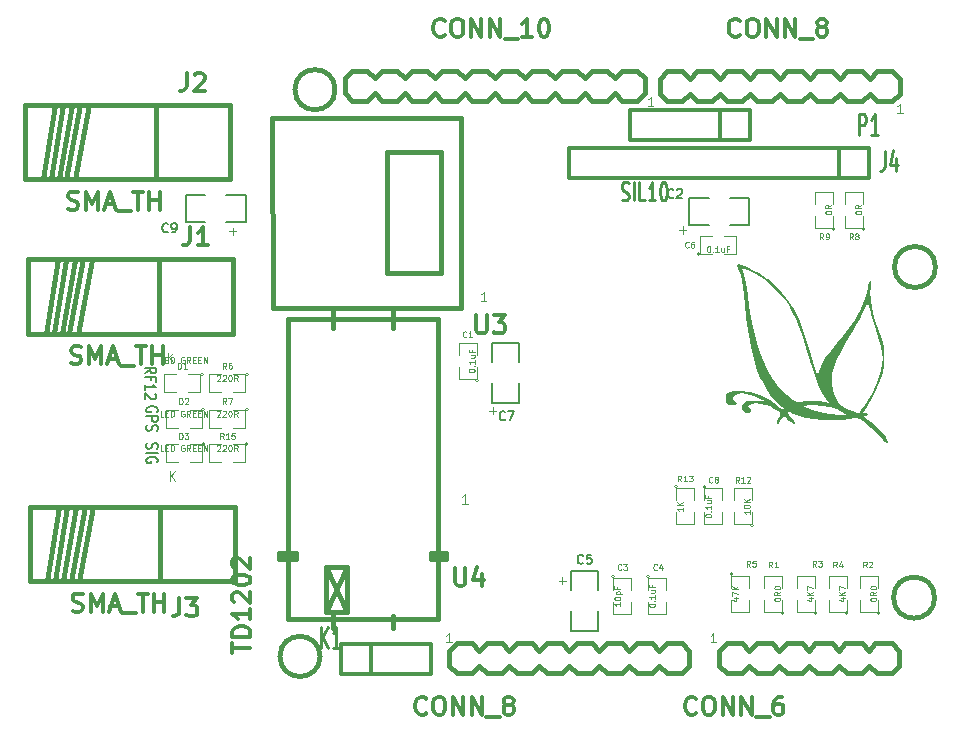
<source format=gto>
G04 (created by PCBNEW (2013-05-31 BZR 4019)-stable) date 20/03/2014 22:02:18*
%MOIN*%
G04 Gerber Fmt 3.4, Leading zero omitted, Abs format*
%FSLAX34Y34*%
G01*
G70*
G90*
G04 APERTURE LIST*
%ADD10C,0.00590551*%
%ADD11C,0.00393701*%
%ADD12C,0.00787402*%
%ADD13C,0.015*%
%ADD14C,0.005*%
%ADD15C,0.0039*%
%ADD16C,0.012*%
%ADD17C,0.0001*%
%ADD18C,0.0043*%
%ADD19C,0.0106*%
%ADD20C,0.0107*%
%ADD21C,0.01*%
G04 APERTURE END LIST*
G54D10*
G54D11*
X54838Y-36351D02*
X54658Y-36351D01*
X54748Y-36351D02*
X54748Y-36036D01*
X54718Y-36081D01*
X54688Y-36111D01*
X54658Y-36126D01*
X53672Y-47725D02*
X53492Y-47725D01*
X53582Y-47725D02*
X53582Y-47410D01*
X53552Y-47455D01*
X53522Y-47485D01*
X53492Y-47500D01*
X62491Y-47725D02*
X62311Y-47725D01*
X62401Y-47725D02*
X62401Y-47410D01*
X62371Y-47455D01*
X62341Y-47485D01*
X62311Y-47500D01*
X68712Y-30088D02*
X68532Y-30088D01*
X68622Y-30088D02*
X68622Y-29773D01*
X68592Y-29818D01*
X68562Y-29848D01*
X68532Y-29863D01*
X54212Y-43099D02*
X54032Y-43099D01*
X54122Y-43099D02*
X54122Y-42784D01*
X54092Y-42829D01*
X54062Y-42859D01*
X54032Y-42874D01*
X44287Y-42332D02*
X44287Y-42017D01*
X44467Y-42332D02*
X44332Y-42152D01*
X44467Y-42017D02*
X44287Y-42197D01*
X44208Y-38395D02*
X44208Y-38080D01*
X44388Y-38395D02*
X44253Y-38215D01*
X44388Y-38080D02*
X44208Y-38260D01*
X54919Y-40007D02*
X55159Y-40007D01*
X55039Y-40127D02*
X55039Y-39887D01*
X61257Y-33983D02*
X61497Y-33983D01*
X61377Y-34103D02*
X61377Y-33863D01*
X46257Y-34023D02*
X46497Y-34023D01*
X46377Y-34143D02*
X46377Y-33903D01*
X57242Y-45676D02*
X57482Y-45676D01*
X57362Y-45796D02*
X57362Y-45556D01*
X60404Y-29851D02*
X60224Y-29851D01*
X60314Y-29851D02*
X60314Y-29536D01*
X60284Y-29581D01*
X60254Y-29611D01*
X60224Y-29626D01*
G54D12*
X43509Y-41095D02*
X43490Y-41140D01*
X43490Y-41215D01*
X43509Y-41245D01*
X43528Y-41260D01*
X43565Y-41275D01*
X43603Y-41275D01*
X43640Y-41260D01*
X43659Y-41245D01*
X43678Y-41215D01*
X43696Y-41155D01*
X43715Y-41125D01*
X43734Y-41110D01*
X43771Y-41095D01*
X43809Y-41095D01*
X43846Y-41110D01*
X43865Y-41125D01*
X43884Y-41155D01*
X43884Y-41230D01*
X43865Y-41275D01*
X43490Y-41410D02*
X43884Y-41410D01*
X43865Y-41725D02*
X43884Y-41695D01*
X43884Y-41650D01*
X43865Y-41605D01*
X43828Y-41575D01*
X43790Y-41560D01*
X43715Y-41545D01*
X43659Y-41545D01*
X43584Y-41560D01*
X43546Y-41575D01*
X43509Y-41605D01*
X43490Y-41650D01*
X43490Y-41680D01*
X43509Y-41725D01*
X43528Y-41740D01*
X43659Y-41740D01*
X43659Y-41680D01*
X43440Y-38747D02*
X43628Y-38642D01*
X43440Y-38567D02*
X43834Y-38567D01*
X43834Y-38687D01*
X43815Y-38717D01*
X43796Y-38732D01*
X43759Y-38747D01*
X43703Y-38747D01*
X43665Y-38732D01*
X43646Y-38717D01*
X43628Y-38687D01*
X43628Y-38567D01*
X43646Y-38987D02*
X43646Y-38882D01*
X43440Y-38882D02*
X43834Y-38882D01*
X43834Y-39032D01*
X43440Y-39317D02*
X43440Y-39137D01*
X43440Y-39227D02*
X43834Y-39227D01*
X43778Y-39197D01*
X43740Y-39167D01*
X43721Y-39137D01*
X43796Y-39437D02*
X43815Y-39452D01*
X43834Y-39482D01*
X43834Y-39557D01*
X43815Y-39587D01*
X43796Y-39602D01*
X43759Y-39617D01*
X43721Y-39617D01*
X43665Y-39602D01*
X43440Y-39422D01*
X43440Y-39617D01*
X43865Y-40042D02*
X43884Y-40012D01*
X43884Y-39967D01*
X43865Y-39922D01*
X43828Y-39892D01*
X43790Y-39877D01*
X43715Y-39862D01*
X43659Y-39862D01*
X43584Y-39877D01*
X43546Y-39892D01*
X43509Y-39922D01*
X43490Y-39967D01*
X43490Y-39997D01*
X43509Y-40042D01*
X43528Y-40057D01*
X43659Y-40057D01*
X43659Y-39997D01*
X43490Y-40192D02*
X43884Y-40192D01*
X43884Y-40312D01*
X43865Y-40342D01*
X43846Y-40357D01*
X43809Y-40372D01*
X43753Y-40372D01*
X43715Y-40357D01*
X43696Y-40342D01*
X43678Y-40312D01*
X43678Y-40192D01*
X43509Y-40492D02*
X43490Y-40537D01*
X43490Y-40612D01*
X43509Y-40642D01*
X43528Y-40657D01*
X43565Y-40672D01*
X43603Y-40672D01*
X43640Y-40657D01*
X43659Y-40642D01*
X43678Y-40612D01*
X43696Y-40552D01*
X43715Y-40522D01*
X43734Y-40507D01*
X43771Y-40492D01*
X43809Y-40492D01*
X43846Y-40507D01*
X43865Y-40522D01*
X43884Y-40552D01*
X43884Y-40627D01*
X43865Y-40672D01*
G54D13*
X41212Y-37440D02*
X41685Y-34979D01*
X40937Y-37420D02*
X41390Y-34959D01*
X40681Y-37440D02*
X41114Y-34979D01*
X40405Y-37420D02*
X40819Y-34979D01*
X40150Y-37440D02*
X40543Y-34959D01*
X46390Y-37440D02*
X39559Y-37440D01*
X39559Y-37440D02*
X39559Y-34979D01*
X39559Y-34979D02*
X39559Y-34959D01*
X39559Y-34959D02*
X43909Y-34959D01*
X43909Y-36200D02*
X43909Y-34959D01*
X43909Y-34959D02*
X46390Y-34959D01*
X46390Y-34959D02*
X46390Y-36200D01*
X46390Y-36200D02*
X46390Y-37440D01*
X46390Y-37440D02*
X43909Y-37440D01*
X43909Y-37440D02*
X43909Y-36200D01*
X69804Y-35214D02*
G75*
G03X69804Y-35214I-683J0D01*
G74*
G01*
X69775Y-46234D02*
G75*
G03X69775Y-46234I-684J0D01*
G74*
G01*
X54350Y-48763D02*
X54600Y-48513D01*
X54600Y-48513D02*
X54850Y-48763D01*
X54850Y-48763D02*
X55350Y-48763D01*
X55350Y-48763D02*
X55600Y-48513D01*
X55600Y-48513D02*
X55850Y-48763D01*
X55850Y-48763D02*
X56350Y-48763D01*
X56350Y-48763D02*
X56600Y-48513D01*
X56600Y-48513D02*
X56850Y-48763D01*
X56850Y-48763D02*
X57350Y-48763D01*
X57350Y-48763D02*
X57600Y-48513D01*
X57600Y-48513D02*
X57850Y-48763D01*
X57850Y-48763D02*
X58350Y-48763D01*
X58350Y-48763D02*
X58600Y-48513D01*
X58600Y-48513D02*
X58850Y-48763D01*
X58850Y-48763D02*
X59350Y-48763D01*
X59350Y-48763D02*
X59600Y-48513D01*
X59600Y-48513D02*
X59850Y-48763D01*
X59850Y-48763D02*
X60350Y-48763D01*
X60350Y-48763D02*
X60600Y-48513D01*
X60600Y-48513D02*
X60850Y-48763D01*
X60850Y-48763D02*
X61350Y-48763D01*
X61350Y-48763D02*
X61600Y-48513D01*
X61600Y-48013D02*
X61350Y-47763D01*
X61600Y-48013D02*
X61600Y-48513D01*
X55600Y-48013D02*
X55850Y-47763D01*
X55850Y-47763D02*
X56350Y-47763D01*
X56350Y-47763D02*
X56600Y-48013D01*
X56600Y-48013D02*
X56850Y-47763D01*
X56850Y-47763D02*
X57350Y-47763D01*
X57350Y-47763D02*
X57600Y-48013D01*
X57600Y-48013D02*
X57850Y-47763D01*
X57850Y-47763D02*
X58350Y-47763D01*
X58350Y-47763D02*
X58600Y-48013D01*
X58600Y-48013D02*
X58850Y-47763D01*
X58850Y-47763D02*
X59350Y-47763D01*
X59350Y-47763D02*
X59600Y-48013D01*
X59600Y-48013D02*
X59850Y-47763D01*
X59850Y-47763D02*
X60350Y-47763D01*
X60350Y-47763D02*
X60600Y-48013D01*
X60600Y-48013D02*
X60850Y-47763D01*
X60850Y-47763D02*
X61350Y-47763D01*
X54350Y-47763D02*
X54600Y-48013D01*
X54600Y-48013D02*
X54850Y-47763D01*
X54850Y-47763D02*
X55350Y-47763D01*
X55350Y-47763D02*
X55600Y-48013D01*
X53850Y-48763D02*
X53600Y-48513D01*
X53850Y-48763D02*
X54350Y-48763D01*
X53850Y-47763D02*
X53600Y-48013D01*
X53850Y-47763D02*
X54350Y-47763D01*
X53600Y-48513D02*
X53600Y-48013D01*
X67870Y-28683D02*
X67620Y-28933D01*
X67620Y-28933D02*
X67370Y-28683D01*
X67370Y-28683D02*
X66870Y-28683D01*
X66870Y-28683D02*
X66620Y-28933D01*
X66620Y-28933D02*
X66370Y-28683D01*
X66370Y-28683D02*
X65870Y-28683D01*
X65870Y-28683D02*
X65620Y-28933D01*
X65620Y-28933D02*
X65370Y-28683D01*
X65370Y-28683D02*
X64870Y-28683D01*
X64870Y-28683D02*
X64620Y-28933D01*
X64620Y-28933D02*
X64370Y-28683D01*
X64370Y-28683D02*
X63870Y-28683D01*
X63870Y-28683D02*
X63620Y-28933D01*
X63620Y-28933D02*
X63370Y-28683D01*
X63370Y-28683D02*
X62870Y-28683D01*
X62870Y-28683D02*
X62620Y-28933D01*
X62620Y-28933D02*
X62370Y-28683D01*
X62370Y-28683D02*
X61870Y-28683D01*
X61870Y-28683D02*
X61620Y-28933D01*
X61620Y-28933D02*
X61370Y-28683D01*
X61370Y-28683D02*
X60870Y-28683D01*
X60870Y-28683D02*
X60620Y-28933D01*
X60620Y-29433D02*
X60870Y-29683D01*
X60620Y-29433D02*
X60620Y-28933D01*
X66620Y-29433D02*
X66370Y-29683D01*
X66370Y-29683D02*
X65870Y-29683D01*
X65870Y-29683D02*
X65620Y-29433D01*
X65620Y-29433D02*
X65370Y-29683D01*
X65370Y-29683D02*
X64870Y-29683D01*
X64870Y-29683D02*
X64620Y-29433D01*
X64620Y-29433D02*
X64370Y-29683D01*
X64370Y-29683D02*
X63870Y-29683D01*
X63870Y-29683D02*
X63620Y-29433D01*
X63620Y-29433D02*
X63370Y-29683D01*
X63370Y-29683D02*
X62870Y-29683D01*
X62870Y-29683D02*
X62620Y-29433D01*
X62620Y-29433D02*
X62370Y-29683D01*
X62370Y-29683D02*
X61870Y-29683D01*
X61870Y-29683D02*
X61620Y-29433D01*
X61620Y-29433D02*
X61370Y-29683D01*
X61370Y-29683D02*
X60870Y-29683D01*
X67870Y-29683D02*
X67620Y-29433D01*
X67620Y-29433D02*
X67370Y-29683D01*
X67370Y-29683D02*
X66870Y-29683D01*
X66870Y-29683D02*
X66620Y-29433D01*
X68370Y-28683D02*
X68620Y-28933D01*
X68370Y-28683D02*
X67870Y-28683D01*
X68370Y-29683D02*
X68620Y-29433D01*
X68370Y-29683D02*
X67870Y-29683D01*
X68620Y-28933D02*
X68620Y-29433D01*
X68340Y-48763D02*
X68590Y-48513D01*
X68340Y-47763D02*
X68590Y-48013D01*
X68590Y-48513D02*
X68590Y-48013D01*
X65540Y-48563D02*
X65590Y-48513D01*
X65590Y-48513D02*
X65840Y-48763D01*
X65840Y-48763D02*
X66340Y-48763D01*
X66340Y-48763D02*
X66590Y-48513D01*
X66590Y-48513D02*
X66840Y-48763D01*
X66840Y-48763D02*
X67340Y-48763D01*
X67340Y-48763D02*
X67590Y-48513D01*
X67590Y-48513D02*
X67840Y-48763D01*
X67840Y-48763D02*
X68340Y-48763D01*
X64590Y-48513D02*
X64840Y-48763D01*
X64840Y-48763D02*
X65340Y-48763D01*
X65340Y-48763D02*
X65540Y-48563D01*
X64840Y-47763D02*
X65340Y-47763D01*
X65340Y-47763D02*
X65590Y-48013D01*
X65590Y-48013D02*
X65790Y-47763D01*
X65790Y-47763D02*
X66340Y-47763D01*
X66340Y-47763D02*
X66590Y-48013D01*
X66590Y-48013D02*
X66790Y-47763D01*
X66790Y-47763D02*
X67340Y-47763D01*
X67340Y-47763D02*
X67590Y-48013D01*
X67590Y-48013D02*
X67790Y-47763D01*
X67790Y-47763D02*
X68340Y-47763D01*
X64590Y-48013D02*
X64840Y-47763D01*
X63590Y-48513D02*
X63840Y-48763D01*
X63840Y-48763D02*
X64340Y-48763D01*
X64340Y-48763D02*
X64590Y-48513D01*
X64590Y-48013D02*
X64340Y-47763D01*
X64340Y-47763D02*
X63840Y-47763D01*
X63840Y-47763D02*
X63590Y-48013D01*
X63590Y-48513D02*
X63340Y-48763D01*
X63590Y-48013D02*
X63340Y-47763D01*
X62840Y-48763D02*
X62590Y-48513D01*
X62840Y-48763D02*
X63340Y-48763D01*
X62840Y-47763D02*
X62590Y-48013D01*
X62840Y-47763D02*
X63340Y-47763D01*
X62590Y-48013D02*
X62590Y-48513D01*
X60110Y-28923D02*
X59860Y-28673D01*
X59860Y-28673D02*
X59360Y-28673D01*
X59360Y-28673D02*
X59110Y-28923D01*
X59110Y-28923D02*
X58860Y-28673D01*
X58860Y-28673D02*
X58360Y-28673D01*
X58360Y-28673D02*
X58110Y-28923D01*
X58110Y-28923D02*
X57860Y-28673D01*
X57860Y-28673D02*
X57360Y-28673D01*
X57360Y-28673D02*
X57110Y-28923D01*
X57110Y-28923D02*
X56860Y-28673D01*
X56860Y-28673D02*
X56360Y-28673D01*
X56360Y-28673D02*
X56110Y-28923D01*
X56110Y-28923D02*
X55860Y-28673D01*
X55860Y-28673D02*
X55360Y-28673D01*
X55360Y-28673D02*
X55110Y-28923D01*
X55110Y-28923D02*
X54860Y-28673D01*
X54860Y-28673D02*
X54360Y-28673D01*
X54360Y-28673D02*
X54110Y-28923D01*
X54110Y-28923D02*
X53860Y-28673D01*
X53860Y-28673D02*
X53360Y-28673D01*
X53360Y-28673D02*
X53110Y-28923D01*
X53110Y-28923D02*
X52860Y-28673D01*
X52860Y-28673D02*
X52360Y-28673D01*
X52360Y-28673D02*
X52110Y-28923D01*
X52110Y-28923D02*
X51860Y-28673D01*
X51860Y-28673D02*
X51410Y-28673D01*
X51410Y-28673D02*
X51360Y-28673D01*
X51360Y-28673D02*
X51110Y-28923D01*
X51110Y-28923D02*
X50860Y-28673D01*
X50860Y-28673D02*
X50360Y-28673D01*
X50360Y-28673D02*
X50110Y-28923D01*
X58360Y-29673D02*
X58110Y-29423D01*
X58110Y-29423D02*
X57860Y-29673D01*
X57860Y-29673D02*
X57360Y-29673D01*
X57360Y-29673D02*
X57110Y-29423D01*
X57110Y-29423D02*
X56860Y-29673D01*
X56860Y-29673D02*
X56360Y-29673D01*
X56360Y-29673D02*
X56110Y-29423D01*
X56110Y-29423D02*
X55860Y-29673D01*
X55860Y-29673D02*
X55360Y-29673D01*
X55360Y-29673D02*
X55110Y-29423D01*
X55110Y-29423D02*
X54860Y-29673D01*
X54860Y-29673D02*
X54360Y-29673D01*
X54360Y-29673D02*
X54110Y-29423D01*
X54110Y-29423D02*
X53860Y-29673D01*
X53860Y-29673D02*
X53360Y-29673D01*
X53360Y-29673D02*
X53110Y-29423D01*
X53110Y-29423D02*
X52860Y-29673D01*
X52860Y-29673D02*
X52360Y-29673D01*
X52360Y-29673D02*
X52110Y-29423D01*
X52110Y-29423D02*
X51860Y-29673D01*
X51860Y-29673D02*
X51360Y-29673D01*
X51360Y-29673D02*
X51110Y-29423D01*
X51110Y-29423D02*
X50860Y-29673D01*
X50860Y-29673D02*
X50360Y-29673D01*
X50360Y-29673D02*
X50110Y-29423D01*
X50110Y-29423D02*
X50110Y-28923D01*
X59360Y-29673D02*
X59110Y-29423D01*
X59110Y-29423D02*
X58860Y-29673D01*
X58860Y-29673D02*
X58360Y-29673D01*
X60110Y-29423D02*
X59860Y-29673D01*
X59860Y-29673D02*
X59360Y-29673D01*
X60110Y-29423D02*
X60110Y-28923D01*
X41112Y-32290D02*
X41585Y-29829D01*
X40837Y-32270D02*
X41290Y-29809D01*
X40581Y-32290D02*
X41014Y-29829D01*
X40305Y-32270D02*
X40719Y-29829D01*
X40050Y-32290D02*
X40443Y-29809D01*
X46290Y-32290D02*
X39459Y-32290D01*
X39459Y-32290D02*
X39459Y-29829D01*
X39459Y-29829D02*
X39459Y-29809D01*
X39459Y-29809D02*
X43809Y-29809D01*
X43809Y-31050D02*
X43809Y-29809D01*
X43809Y-29809D02*
X46290Y-29809D01*
X46290Y-29809D02*
X46290Y-31050D01*
X46290Y-31050D02*
X46290Y-32290D01*
X46290Y-32290D02*
X43809Y-32290D01*
X43809Y-32290D02*
X43809Y-31050D01*
X41262Y-45690D02*
X41735Y-43229D01*
X40987Y-45670D02*
X41440Y-43209D01*
X40731Y-45690D02*
X41164Y-43229D01*
X40455Y-45670D02*
X40869Y-43229D01*
X40200Y-45690D02*
X40593Y-43209D01*
X46440Y-45690D02*
X39609Y-45690D01*
X39609Y-45690D02*
X39609Y-43229D01*
X39609Y-43229D02*
X39609Y-43209D01*
X39609Y-43209D02*
X43959Y-43209D01*
X43959Y-44450D02*
X43959Y-43209D01*
X43959Y-43209D02*
X46440Y-43209D01*
X46440Y-43209D02*
X46440Y-44450D01*
X46440Y-44450D02*
X46440Y-45690D01*
X46440Y-45690D02*
X43959Y-45690D01*
X43959Y-45690D02*
X43959Y-44450D01*
G54D14*
X46807Y-33698D02*
X46807Y-32798D01*
X46807Y-32798D02*
X46157Y-32798D01*
X45457Y-33698D02*
X44807Y-33698D01*
X44807Y-33698D02*
X44807Y-32798D01*
X44807Y-32798D02*
X45457Y-32798D01*
X46157Y-33698D02*
X46807Y-33698D01*
X61590Y-32900D02*
X61590Y-33800D01*
X61590Y-33800D02*
X62240Y-33800D01*
X62940Y-32900D02*
X63590Y-32900D01*
X63590Y-32900D02*
X63590Y-33800D01*
X63590Y-33800D02*
X62940Y-33800D01*
X62240Y-32900D02*
X61590Y-32900D01*
X58560Y-45338D02*
X57660Y-45338D01*
X57660Y-45338D02*
X57660Y-45988D01*
X58560Y-46688D02*
X58560Y-47338D01*
X58560Y-47338D02*
X57660Y-47338D01*
X57660Y-47338D02*
X57660Y-46688D01*
X58560Y-45988D02*
X58560Y-45338D01*
X55022Y-39740D02*
X55922Y-39740D01*
X55922Y-39740D02*
X55922Y-39090D01*
X55022Y-38390D02*
X55022Y-37740D01*
X55022Y-37740D02*
X55922Y-37740D01*
X55922Y-37740D02*
X55922Y-38390D01*
X55022Y-39090D02*
X55022Y-39740D01*
G54D15*
X45400Y-38785D02*
G75*
G03X45400Y-38785I-50J0D01*
G74*
G01*
X44900Y-38785D02*
X45300Y-38785D01*
X45300Y-38785D02*
X45300Y-39385D01*
X45300Y-39385D02*
X44900Y-39385D01*
X44500Y-39385D02*
X44100Y-39385D01*
X44100Y-39385D02*
X44100Y-38785D01*
X44100Y-38785D02*
X44500Y-38785D01*
X46900Y-38785D02*
G75*
G03X46900Y-38785I-50J0D01*
G74*
G01*
X46400Y-38785D02*
X46800Y-38785D01*
X46800Y-38785D02*
X46800Y-39385D01*
X46800Y-39385D02*
X46400Y-39385D01*
X46000Y-39385D02*
X45600Y-39385D01*
X45600Y-39385D02*
X45600Y-38785D01*
X45600Y-38785D02*
X46000Y-38785D01*
X54562Y-38996D02*
G75*
G03X54562Y-38996I-50J0D01*
G74*
G01*
X54512Y-38546D02*
X54512Y-38946D01*
X54512Y-38946D02*
X53912Y-38946D01*
X53912Y-38946D02*
X53912Y-38546D01*
X53912Y-38146D02*
X53912Y-37746D01*
X53912Y-37746D02*
X54512Y-37746D01*
X54512Y-37746D02*
X54512Y-38146D01*
X61959Y-34788D02*
G75*
G03X61959Y-34788I-50J0D01*
G74*
G01*
X62359Y-34788D02*
X61959Y-34788D01*
X61959Y-34788D02*
X61959Y-34188D01*
X61959Y-34188D02*
X62359Y-34188D01*
X62759Y-34188D02*
X63159Y-34188D01*
X63159Y-34188D02*
X63159Y-34788D01*
X63159Y-34788D02*
X62759Y-34788D01*
X63050Y-45450D02*
G75*
G03X63050Y-45450I-50J0D01*
G74*
G01*
X63000Y-45900D02*
X63000Y-45500D01*
X63000Y-45500D02*
X63600Y-45500D01*
X63600Y-45500D02*
X63600Y-45900D01*
X63600Y-46300D02*
X63600Y-46700D01*
X63600Y-46700D02*
X63000Y-46700D01*
X63000Y-46700D02*
X63000Y-46300D01*
X67450Y-33950D02*
G75*
G03X67450Y-33950I-50J0D01*
G74*
G01*
X67400Y-33500D02*
X67400Y-33900D01*
X67400Y-33900D02*
X66800Y-33900D01*
X66800Y-33900D02*
X66800Y-33500D01*
X66800Y-33100D02*
X66800Y-32700D01*
X66800Y-32700D02*
X67400Y-32700D01*
X67400Y-32700D02*
X67400Y-33100D01*
X66450Y-33950D02*
G75*
G03X66450Y-33950I-50J0D01*
G74*
G01*
X66400Y-33500D02*
X66400Y-33900D01*
X66400Y-33900D02*
X65800Y-33900D01*
X65800Y-33900D02*
X65800Y-33500D01*
X65800Y-33100D02*
X65800Y-32700D01*
X65800Y-32700D02*
X66400Y-32700D01*
X66400Y-32700D02*
X66400Y-33100D01*
X46900Y-41118D02*
G75*
G03X46900Y-41118I-50J0D01*
G74*
G01*
X46400Y-41118D02*
X46800Y-41118D01*
X46800Y-41118D02*
X46800Y-41718D01*
X46800Y-41718D02*
X46400Y-41718D01*
X46000Y-41718D02*
X45600Y-41718D01*
X45600Y-41718D02*
X45600Y-41118D01*
X45600Y-41118D02*
X46000Y-41118D01*
X45450Y-39967D02*
G75*
G03X45450Y-39967I-50J0D01*
G74*
G01*
X44950Y-39967D02*
X45350Y-39967D01*
X45350Y-39967D02*
X45350Y-40567D01*
X45350Y-40567D02*
X44950Y-40567D01*
X44550Y-40567D02*
X44150Y-40567D01*
X44150Y-40567D02*
X44150Y-39967D01*
X44150Y-39967D02*
X44550Y-39967D01*
X46900Y-39967D02*
G75*
G03X46900Y-39967I-50J0D01*
G74*
G01*
X46400Y-39967D02*
X46800Y-39967D01*
X46800Y-39967D02*
X46800Y-40567D01*
X46800Y-40567D02*
X46400Y-40567D01*
X46000Y-40567D02*
X45600Y-40567D01*
X45600Y-40567D02*
X45600Y-39967D01*
X45600Y-39967D02*
X46000Y-39967D01*
X59120Y-45531D02*
G75*
G03X59120Y-45531I-50J0D01*
G74*
G01*
X59070Y-45981D02*
X59070Y-45581D01*
X59070Y-45581D02*
X59670Y-45581D01*
X59670Y-45581D02*
X59670Y-45981D01*
X59670Y-46381D02*
X59670Y-46781D01*
X59670Y-46781D02*
X59070Y-46781D01*
X59070Y-46781D02*
X59070Y-46381D01*
X60277Y-45527D02*
G75*
G03X60277Y-45527I-50J0D01*
G74*
G01*
X60227Y-45977D02*
X60227Y-45577D01*
X60227Y-45577D02*
X60827Y-45577D01*
X60827Y-45577D02*
X60827Y-45977D01*
X60827Y-46377D02*
X60827Y-46777D01*
X60827Y-46777D02*
X60227Y-46777D01*
X60227Y-46777D02*
X60227Y-46377D01*
X65850Y-46750D02*
G75*
G03X65850Y-46750I-50J0D01*
G74*
G01*
X65800Y-46300D02*
X65800Y-46700D01*
X65800Y-46700D02*
X65200Y-46700D01*
X65200Y-46700D02*
X65200Y-46300D01*
X65200Y-45900D02*
X65200Y-45500D01*
X65200Y-45500D02*
X65800Y-45500D01*
X65800Y-45500D02*
X65800Y-45900D01*
X66900Y-46750D02*
G75*
G03X66900Y-46750I-50J0D01*
G74*
G01*
X66850Y-46300D02*
X66850Y-46700D01*
X66850Y-46700D02*
X66250Y-46700D01*
X66250Y-46700D02*
X66250Y-46300D01*
X66250Y-45900D02*
X66250Y-45500D01*
X66250Y-45500D02*
X66850Y-45500D01*
X66850Y-45500D02*
X66850Y-45900D01*
X64750Y-46750D02*
G75*
G03X64750Y-46750I-50J0D01*
G74*
G01*
X64700Y-46300D02*
X64700Y-46700D01*
X64700Y-46700D02*
X64100Y-46700D01*
X64100Y-46700D02*
X64100Y-46300D01*
X64100Y-45900D02*
X64100Y-45500D01*
X64100Y-45500D02*
X64700Y-45500D01*
X64700Y-45500D02*
X64700Y-45900D01*
X67950Y-46750D02*
G75*
G03X67950Y-46750I-50J0D01*
G74*
G01*
X67900Y-46300D02*
X67900Y-46700D01*
X67900Y-46700D02*
X67300Y-46700D01*
X67300Y-46700D02*
X67300Y-46300D01*
X67300Y-45900D02*
X67300Y-45500D01*
X67300Y-45500D02*
X67900Y-45500D01*
X67900Y-45500D02*
X67900Y-45900D01*
X45450Y-41118D02*
G75*
G03X45450Y-41118I-50J0D01*
G74*
G01*
X44950Y-41118D02*
X45350Y-41118D01*
X45350Y-41118D02*
X45350Y-41718D01*
X45350Y-41718D02*
X44950Y-41718D01*
X44550Y-41718D02*
X44150Y-41718D01*
X44150Y-41718D02*
X44150Y-41118D01*
X44150Y-41118D02*
X44550Y-41118D01*
G54D16*
X49996Y-48767D02*
X49996Y-47767D01*
X49996Y-47767D02*
X52996Y-47767D01*
X52996Y-47767D02*
X52996Y-48767D01*
X52996Y-48767D02*
X49996Y-48767D01*
X50996Y-47767D02*
X50996Y-48767D01*
X67600Y-31250D02*
X67600Y-32250D01*
X67600Y-32250D02*
X57600Y-32250D01*
X57600Y-32250D02*
X57600Y-31250D01*
X57600Y-31250D02*
X67600Y-31250D01*
X66600Y-31250D02*
X66600Y-32250D01*
G54D13*
X53330Y-31392D02*
X53330Y-35408D01*
X53330Y-35408D02*
X51519Y-35408D01*
X51519Y-35408D02*
X51519Y-31392D01*
X51519Y-31392D02*
X53330Y-31392D01*
X53980Y-36569D02*
X47720Y-36569D01*
X47720Y-36569D02*
X47700Y-30231D01*
X47700Y-30231D02*
X53980Y-30231D01*
X53980Y-30231D02*
X53980Y-36569D01*
G54D15*
X61206Y-42538D02*
G75*
G03X61206Y-42538I-50J0D01*
G74*
G01*
X61156Y-42988D02*
X61156Y-42588D01*
X61156Y-42588D02*
X61756Y-42588D01*
X61756Y-42588D02*
X61756Y-42988D01*
X61756Y-43388D02*
X61756Y-43788D01*
X61756Y-43788D02*
X61156Y-43788D01*
X61156Y-43788D02*
X61156Y-43388D01*
X63735Y-43838D02*
G75*
G03X63735Y-43838I-50J0D01*
G74*
G01*
X63685Y-43388D02*
X63685Y-43788D01*
X63685Y-43788D02*
X63085Y-43788D01*
X63085Y-43788D02*
X63085Y-43388D01*
X63085Y-42988D02*
X63085Y-42588D01*
X63085Y-42588D02*
X63685Y-42588D01*
X63685Y-42588D02*
X63685Y-42988D01*
X62151Y-42538D02*
G75*
G03X62151Y-42538I-50J0D01*
G74*
G01*
X62101Y-42988D02*
X62101Y-42588D01*
X62101Y-42588D02*
X62701Y-42588D01*
X62701Y-42588D02*
X62701Y-42988D01*
X62701Y-43388D02*
X62701Y-43788D01*
X62701Y-43788D02*
X62101Y-43788D01*
X62101Y-43788D02*
X62101Y-43388D01*
G54D16*
X63614Y-30992D02*
X63614Y-30992D01*
X63614Y-29992D02*
X63614Y-30992D01*
X63614Y-30992D02*
X63614Y-30992D01*
X63614Y-30992D02*
X59614Y-30992D01*
X59614Y-30992D02*
X59614Y-29992D01*
X59614Y-29992D02*
X63614Y-29992D01*
X62614Y-29992D02*
X62614Y-30992D01*
G54D13*
X49789Y-29303D02*
G75*
G03X49789Y-29303I-669J0D01*
G74*
G01*
X49289Y-48193D02*
G75*
G03X49289Y-48193I-669J0D01*
G74*
G01*
G54D17*
G36*
X68209Y-41061D02*
X68199Y-41096D01*
X68177Y-41096D01*
X68133Y-41053D01*
X68066Y-40972D01*
X67949Y-40837D01*
X67813Y-40700D01*
X67669Y-40567D01*
X67526Y-40446D01*
X67393Y-40346D01*
X67280Y-40274D01*
X67197Y-40237D01*
X67164Y-40237D01*
X67071Y-40260D01*
X67004Y-40269D01*
X67004Y-40136D01*
X66998Y-40125D01*
X66966Y-40093D01*
X66961Y-40091D01*
X66958Y-40113D01*
X66965Y-40125D01*
X66996Y-40156D01*
X67002Y-40158D01*
X67004Y-40136D01*
X67004Y-40269D01*
X66926Y-40281D01*
X66855Y-40287D01*
X66855Y-40158D01*
X66682Y-40039D01*
X66509Y-39944D01*
X66303Y-39879D01*
X66253Y-39871D01*
X66253Y-39758D01*
X66249Y-39734D01*
X66212Y-39673D01*
X66159Y-39600D01*
X66027Y-39398D01*
X65900Y-39142D01*
X65778Y-38828D01*
X65658Y-38453D01*
X65630Y-38358D01*
X65504Y-37925D01*
X65385Y-37551D01*
X65270Y-37228D01*
X65156Y-36948D01*
X65038Y-36705D01*
X64914Y-36490D01*
X64779Y-36296D01*
X64632Y-36116D01*
X64522Y-35998D01*
X64319Y-35813D01*
X64075Y-35627D01*
X63814Y-35457D01*
X63558Y-35319D01*
X63460Y-35275D01*
X63356Y-35231D01*
X63416Y-35470D01*
X63443Y-35591D01*
X63475Y-35759D01*
X63508Y-35954D01*
X63539Y-36155D01*
X63547Y-36208D01*
X63629Y-36734D01*
X63719Y-37200D01*
X63819Y-37615D01*
X63931Y-37985D01*
X64057Y-38317D01*
X64199Y-38619D01*
X64360Y-38898D01*
X64399Y-38959D01*
X64528Y-39131D01*
X64686Y-39312D01*
X64856Y-39481D01*
X65017Y-39617D01*
X65048Y-39640D01*
X65114Y-39682D01*
X65172Y-39703D01*
X65246Y-39707D01*
X65356Y-39697D01*
X65404Y-39691D01*
X65522Y-39682D01*
X65667Y-39681D01*
X65822Y-39685D01*
X65970Y-39695D01*
X66095Y-39710D01*
X66181Y-39727D01*
X66208Y-39740D01*
X66253Y-39758D01*
X66253Y-39871D01*
X66055Y-39840D01*
X65754Y-39826D01*
X65715Y-39826D01*
X65561Y-39828D01*
X65466Y-39831D01*
X65420Y-39838D01*
X65416Y-39851D01*
X65444Y-39870D01*
X65449Y-39873D01*
X65617Y-39947D01*
X65833Y-40015D01*
X66079Y-40075D01*
X66336Y-40120D01*
X66586Y-40148D01*
X66710Y-40154D01*
X66855Y-40158D01*
X66855Y-40287D01*
X66746Y-40298D01*
X66545Y-40310D01*
X66339Y-40317D01*
X66144Y-40317D01*
X66052Y-40314D01*
X65752Y-40292D01*
X65501Y-40253D01*
X65286Y-40194D01*
X65089Y-40112D01*
X65071Y-40102D01*
X64976Y-40061D01*
X64904Y-40043D01*
X64879Y-40047D01*
X64885Y-40084D01*
X64928Y-40153D01*
X64999Y-40241D01*
X65075Y-40329D01*
X65128Y-40398D01*
X65148Y-40433D01*
X65128Y-40457D01*
X65082Y-40440D01*
X65048Y-40408D01*
X64994Y-40366D01*
X64967Y-40358D01*
X64923Y-40333D01*
X64864Y-40272D01*
X64851Y-40255D01*
X64799Y-40191D01*
X64764Y-40175D01*
X64724Y-40199D01*
X64715Y-40208D01*
X64657Y-40279D01*
X64614Y-40360D01*
X64577Y-40428D01*
X64544Y-40458D01*
X64543Y-40458D01*
X64528Y-40431D01*
X64537Y-40361D01*
X64567Y-40266D01*
X64605Y-40180D01*
X64629Y-40118D01*
X64626Y-40067D01*
X64586Y-40020D01*
X64501Y-39968D01*
X64363Y-39900D01*
X64343Y-39891D01*
X64181Y-39828D01*
X64181Y-39708D01*
X64165Y-39691D01*
X64148Y-39708D01*
X64165Y-39725D01*
X64181Y-39708D01*
X64181Y-39828D01*
X64162Y-39821D01*
X63984Y-39776D01*
X63822Y-39758D01*
X63691Y-39767D01*
X63604Y-39807D01*
X63600Y-39810D01*
X63560Y-39857D01*
X63569Y-39892D01*
X63610Y-39928D01*
X63671Y-39995D01*
X63668Y-40044D01*
X63601Y-40077D01*
X63491Y-40074D01*
X63403Y-40018D01*
X63360Y-39935D01*
X63356Y-39823D01*
X63409Y-39742D01*
X63520Y-39690D01*
X63689Y-39667D01*
X63848Y-39668D01*
X64131Y-39682D01*
X63965Y-39605D01*
X63821Y-39547D01*
X63659Y-39494D01*
X63500Y-39452D01*
X63368Y-39428D01*
X63316Y-39425D01*
X63205Y-39444D01*
X63120Y-39493D01*
X63070Y-39558D01*
X63062Y-39627D01*
X63104Y-39687D01*
X63140Y-39707D01*
X63198Y-39747D01*
X63193Y-39782D01*
X63129Y-39808D01*
X63051Y-39818D01*
X62927Y-39814D01*
X62853Y-39773D01*
X62819Y-39685D01*
X62815Y-39605D01*
X62827Y-39497D01*
X62870Y-39422D01*
X62952Y-39374D01*
X63082Y-39350D01*
X63268Y-39343D01*
X63280Y-39343D01*
X63617Y-39379D01*
X63951Y-39481D01*
X64281Y-39649D01*
X64538Y-39828D01*
X64636Y-39900D01*
X64714Y-39949D01*
X64758Y-39965D01*
X64762Y-39962D01*
X64747Y-39929D01*
X64690Y-39872D01*
X64628Y-39822D01*
X64468Y-39676D01*
X64303Y-39479D01*
X64145Y-39246D01*
X64005Y-38992D01*
X63996Y-38975D01*
X63902Y-38761D01*
X63817Y-38533D01*
X63742Y-38281D01*
X63674Y-38000D01*
X63612Y-37681D01*
X63554Y-37316D01*
X63499Y-36900D01*
X63448Y-36460D01*
X63411Y-36135D01*
X63375Y-35868D01*
X63340Y-35652D01*
X63305Y-35479D01*
X63267Y-35342D01*
X63233Y-35249D01*
X63201Y-35170D01*
X63200Y-35134D01*
X63230Y-35125D01*
X63253Y-35125D01*
X63325Y-35141D01*
X63441Y-35187D01*
X63586Y-35254D01*
X63747Y-35337D01*
X63911Y-35427D01*
X64063Y-35518D01*
X64192Y-35604D01*
X64221Y-35625D01*
X64546Y-35910D01*
X64836Y-36245D01*
X65085Y-36619D01*
X65282Y-37022D01*
X65285Y-37028D01*
X65334Y-37156D01*
X65393Y-37327D01*
X65456Y-37519D01*
X65516Y-37710D01*
X65520Y-37725D01*
X65581Y-37928D01*
X65646Y-38147D01*
X65708Y-38355D01*
X65758Y-38521D01*
X65805Y-38676D01*
X65839Y-38769D01*
X65866Y-38804D01*
X65890Y-38781D01*
X65917Y-38705D01*
X65944Y-38605D01*
X66010Y-38442D01*
X66131Y-38243D01*
X66306Y-38009D01*
X66519Y-37758D01*
X66723Y-37515D01*
X66924Y-37248D01*
X67108Y-36977D01*
X67261Y-36725D01*
X67288Y-36675D01*
X67368Y-36500D01*
X67446Y-36293D01*
X67511Y-36080D01*
X67556Y-35889D01*
X67564Y-35833D01*
X67583Y-35735D01*
X67607Y-35672D01*
X67623Y-35658D01*
X67640Y-35690D01*
X67645Y-35787D01*
X67639Y-35949D01*
X67638Y-35964D01*
X67644Y-36355D01*
X67716Y-36745D01*
X67802Y-37013D01*
X67894Y-37262D01*
X67965Y-37461D01*
X68017Y-37623D01*
X68052Y-37760D01*
X68075Y-37884D01*
X68088Y-38008D01*
X68093Y-38143D01*
X68095Y-38225D01*
X68093Y-38416D01*
X68084Y-38564D01*
X68065Y-38690D01*
X68048Y-38755D01*
X68048Y-38256D01*
X68031Y-38074D01*
X67982Y-37835D01*
X67901Y-37541D01*
X67787Y-37194D01*
X67751Y-37091D01*
X67695Y-36924D01*
X67646Y-36763D01*
X67610Y-36627D01*
X67593Y-36544D01*
X67571Y-36380D01*
X67431Y-36661D01*
X67366Y-36786D01*
X67275Y-36951D01*
X67167Y-37140D01*
X67054Y-37335D01*
X66981Y-37458D01*
X66798Y-37770D01*
X66651Y-38036D01*
X66537Y-38265D01*
X66453Y-38465D01*
X66397Y-38644D01*
X66364Y-38811D01*
X66351Y-38974D01*
X66353Y-39086D01*
X66390Y-39339D01*
X66475Y-39574D01*
X66599Y-39772D01*
X66614Y-39791D01*
X66678Y-39841D01*
X66785Y-39902D01*
X66917Y-39967D01*
X67053Y-40026D01*
X67175Y-40070D01*
X67253Y-40088D01*
X67279Y-40063D01*
X67332Y-39993D01*
X67403Y-39890D01*
X67463Y-39800D01*
X67677Y-39440D01*
X67845Y-39093D01*
X67964Y-38766D01*
X68032Y-38465D01*
X68048Y-38256D01*
X68048Y-38755D01*
X68032Y-38818D01*
X68020Y-38856D01*
X67938Y-39079D01*
X67825Y-39329D01*
X67694Y-39583D01*
X67556Y-39817D01*
X67519Y-39875D01*
X67385Y-40075D01*
X67483Y-40085D01*
X67561Y-40103D01*
X67575Y-40130D01*
X67525Y-40158D01*
X67477Y-40170D01*
X67373Y-40191D01*
X67569Y-40322D01*
X67752Y-40456D01*
X67915Y-40600D01*
X68049Y-40742D01*
X68147Y-40876D01*
X68202Y-40991D01*
X68209Y-41061D01*
X68209Y-41061D01*
X68209Y-41061D01*
G37*
G54D13*
X51728Y-46860D02*
X51728Y-47260D01*
X49728Y-46860D02*
X49728Y-47260D01*
X49728Y-37260D02*
X49728Y-36660D01*
X51728Y-37260D02*
X51728Y-36660D01*
X52978Y-44960D02*
X52978Y-44760D01*
X52978Y-44760D02*
X53478Y-44760D01*
X53478Y-44760D02*
X53478Y-44960D01*
X53478Y-44960D02*
X52978Y-44960D01*
X52978Y-44960D02*
X52978Y-44860D01*
X52978Y-44860D02*
X53428Y-44860D01*
X47928Y-44960D02*
X48478Y-44960D01*
X48478Y-44960D02*
X48478Y-44760D01*
X48478Y-44760D02*
X47928Y-44760D01*
X47928Y-44760D02*
X47928Y-44960D01*
X53478Y-44860D02*
X53478Y-44910D01*
X53478Y-44910D02*
X53028Y-44910D01*
X52978Y-44810D02*
X53478Y-44810D01*
X47978Y-44910D02*
X48378Y-44910D01*
X47928Y-44810D02*
X48478Y-44810D01*
X50178Y-46710D02*
X49478Y-45210D01*
X49478Y-46710D02*
X49478Y-45210D01*
X49478Y-45210D02*
X50178Y-45210D01*
X50178Y-45210D02*
X50178Y-46710D01*
X50178Y-46710D02*
X49478Y-46710D01*
X49478Y-46710D02*
X50178Y-45210D01*
X48228Y-46960D02*
X48228Y-36960D01*
X48228Y-36960D02*
X53228Y-36960D01*
X53228Y-36960D02*
X53228Y-46960D01*
X53228Y-46960D02*
X48228Y-46960D01*
G54D16*
X44950Y-33892D02*
X44950Y-34321D01*
X44921Y-34407D01*
X44864Y-34464D01*
X44778Y-34492D01*
X44721Y-34492D01*
X45550Y-34492D02*
X45207Y-34492D01*
X45378Y-34492D02*
X45378Y-33892D01*
X45321Y-33978D01*
X45264Y-34035D01*
X45207Y-34064D01*
X40989Y-38422D02*
X41074Y-38450D01*
X41217Y-38450D01*
X41274Y-38422D01*
X41303Y-38393D01*
X41331Y-38336D01*
X41331Y-38279D01*
X41303Y-38222D01*
X41274Y-38193D01*
X41217Y-38165D01*
X41103Y-38136D01*
X41046Y-38107D01*
X41017Y-38079D01*
X40989Y-38022D01*
X40989Y-37965D01*
X41017Y-37907D01*
X41046Y-37879D01*
X41103Y-37850D01*
X41246Y-37850D01*
X41331Y-37879D01*
X41589Y-38450D02*
X41589Y-37850D01*
X41789Y-38279D01*
X41989Y-37850D01*
X41989Y-38450D01*
X42246Y-38279D02*
X42531Y-38279D01*
X42189Y-38450D02*
X42389Y-37850D01*
X42589Y-38450D01*
X42646Y-38507D02*
X43103Y-38507D01*
X43160Y-37850D02*
X43503Y-37850D01*
X43331Y-38450D02*
X43331Y-37850D01*
X43703Y-38450D02*
X43703Y-37850D01*
X43703Y-38136D02*
X44046Y-38136D01*
X44046Y-38450D02*
X44046Y-37850D01*
X52833Y-50087D02*
X52805Y-50116D01*
X52719Y-50144D01*
X52662Y-50144D01*
X52576Y-50116D01*
X52519Y-50059D01*
X52490Y-50002D01*
X52462Y-49887D01*
X52462Y-49802D01*
X52490Y-49687D01*
X52519Y-49630D01*
X52576Y-49573D01*
X52662Y-49544D01*
X52719Y-49544D01*
X52805Y-49573D01*
X52833Y-49602D01*
X53205Y-49544D02*
X53319Y-49544D01*
X53376Y-49573D01*
X53433Y-49630D01*
X53462Y-49744D01*
X53462Y-49944D01*
X53433Y-50059D01*
X53376Y-50116D01*
X53319Y-50144D01*
X53205Y-50144D01*
X53147Y-50116D01*
X53090Y-50059D01*
X53062Y-49944D01*
X53062Y-49744D01*
X53090Y-49630D01*
X53147Y-49573D01*
X53205Y-49544D01*
X53719Y-50144D02*
X53719Y-49544D01*
X54062Y-50144D01*
X54062Y-49544D01*
X54347Y-50144D02*
X54347Y-49544D01*
X54690Y-50144D01*
X54690Y-49544D01*
X54833Y-50202D02*
X55290Y-50202D01*
X55519Y-49802D02*
X55462Y-49773D01*
X55433Y-49744D01*
X55405Y-49687D01*
X55405Y-49659D01*
X55433Y-49602D01*
X55462Y-49573D01*
X55519Y-49544D01*
X55633Y-49544D01*
X55690Y-49573D01*
X55719Y-49602D01*
X55747Y-49659D01*
X55747Y-49687D01*
X55719Y-49744D01*
X55690Y-49773D01*
X55633Y-49802D01*
X55519Y-49802D01*
X55462Y-49830D01*
X55433Y-49859D01*
X55405Y-49916D01*
X55405Y-50030D01*
X55433Y-50087D01*
X55462Y-50116D01*
X55519Y-50144D01*
X55633Y-50144D01*
X55690Y-50116D01*
X55719Y-50087D01*
X55747Y-50030D01*
X55747Y-49916D01*
X55719Y-49859D01*
X55690Y-49830D01*
X55633Y-49802D01*
X63278Y-27485D02*
X63250Y-27514D01*
X63164Y-27542D01*
X63107Y-27542D01*
X63021Y-27514D01*
X62964Y-27457D01*
X62935Y-27400D01*
X62907Y-27285D01*
X62907Y-27200D01*
X62935Y-27085D01*
X62964Y-27028D01*
X63021Y-26971D01*
X63107Y-26942D01*
X63164Y-26942D01*
X63250Y-26971D01*
X63278Y-27000D01*
X63650Y-26942D02*
X63764Y-26942D01*
X63821Y-26971D01*
X63878Y-27028D01*
X63907Y-27142D01*
X63907Y-27342D01*
X63878Y-27457D01*
X63821Y-27514D01*
X63764Y-27542D01*
X63650Y-27542D01*
X63592Y-27514D01*
X63535Y-27457D01*
X63507Y-27342D01*
X63507Y-27142D01*
X63535Y-27028D01*
X63592Y-26971D01*
X63650Y-26942D01*
X64164Y-27542D02*
X64164Y-26942D01*
X64507Y-27542D01*
X64507Y-26942D01*
X64792Y-27542D02*
X64792Y-26942D01*
X65135Y-27542D01*
X65135Y-26942D01*
X65278Y-27600D02*
X65735Y-27600D01*
X65964Y-27200D02*
X65907Y-27171D01*
X65878Y-27142D01*
X65850Y-27085D01*
X65850Y-27057D01*
X65878Y-27000D01*
X65907Y-26971D01*
X65964Y-26942D01*
X66078Y-26942D01*
X66135Y-26971D01*
X66164Y-27000D01*
X66192Y-27057D01*
X66192Y-27085D01*
X66164Y-27142D01*
X66135Y-27171D01*
X66078Y-27200D01*
X65964Y-27200D01*
X65907Y-27228D01*
X65878Y-27257D01*
X65850Y-27314D01*
X65850Y-27428D01*
X65878Y-27485D01*
X65907Y-27514D01*
X65964Y-27542D01*
X66078Y-27542D01*
X66135Y-27514D01*
X66164Y-27485D01*
X66192Y-27428D01*
X66192Y-27314D01*
X66164Y-27257D01*
X66135Y-27228D01*
X66078Y-27200D01*
X61823Y-50087D02*
X61795Y-50116D01*
X61709Y-50144D01*
X61652Y-50144D01*
X61566Y-50116D01*
X61509Y-50059D01*
X61480Y-50002D01*
X61452Y-49887D01*
X61452Y-49802D01*
X61480Y-49687D01*
X61509Y-49630D01*
X61566Y-49573D01*
X61652Y-49544D01*
X61709Y-49544D01*
X61795Y-49573D01*
X61823Y-49602D01*
X62195Y-49544D02*
X62309Y-49544D01*
X62366Y-49573D01*
X62423Y-49630D01*
X62452Y-49744D01*
X62452Y-49944D01*
X62423Y-50059D01*
X62366Y-50116D01*
X62309Y-50144D01*
X62195Y-50144D01*
X62137Y-50116D01*
X62080Y-50059D01*
X62052Y-49944D01*
X62052Y-49744D01*
X62080Y-49630D01*
X62137Y-49573D01*
X62195Y-49544D01*
X62709Y-50144D02*
X62709Y-49544D01*
X63052Y-50144D01*
X63052Y-49544D01*
X63337Y-50144D02*
X63337Y-49544D01*
X63680Y-50144D01*
X63680Y-49544D01*
X63823Y-50202D02*
X64280Y-50202D01*
X64680Y-49544D02*
X64566Y-49544D01*
X64509Y-49573D01*
X64480Y-49602D01*
X64423Y-49687D01*
X64395Y-49802D01*
X64395Y-50030D01*
X64423Y-50087D01*
X64452Y-50116D01*
X64509Y-50144D01*
X64623Y-50144D01*
X64680Y-50116D01*
X64709Y-50087D01*
X64737Y-50030D01*
X64737Y-49887D01*
X64709Y-49830D01*
X64680Y-49802D01*
X64623Y-49773D01*
X64509Y-49773D01*
X64452Y-49802D01*
X64423Y-49830D01*
X64395Y-49887D01*
X53442Y-27485D02*
X53414Y-27514D01*
X53328Y-27542D01*
X53271Y-27542D01*
X53185Y-27514D01*
X53128Y-27457D01*
X53100Y-27400D01*
X53071Y-27285D01*
X53071Y-27200D01*
X53100Y-27085D01*
X53128Y-27028D01*
X53185Y-26971D01*
X53271Y-26942D01*
X53328Y-26942D01*
X53414Y-26971D01*
X53442Y-27000D01*
X53814Y-26942D02*
X53928Y-26942D01*
X53985Y-26971D01*
X54042Y-27028D01*
X54071Y-27142D01*
X54071Y-27342D01*
X54042Y-27457D01*
X53985Y-27514D01*
X53928Y-27542D01*
X53814Y-27542D01*
X53757Y-27514D01*
X53700Y-27457D01*
X53671Y-27342D01*
X53671Y-27142D01*
X53700Y-27028D01*
X53757Y-26971D01*
X53814Y-26942D01*
X54328Y-27542D02*
X54328Y-26942D01*
X54671Y-27542D01*
X54671Y-26942D01*
X54957Y-27542D02*
X54957Y-26942D01*
X55299Y-27542D01*
X55299Y-26942D01*
X55442Y-27600D02*
X55899Y-27600D01*
X56357Y-27542D02*
X56014Y-27542D01*
X56185Y-27542D02*
X56185Y-26942D01*
X56128Y-27028D01*
X56071Y-27085D01*
X56014Y-27114D01*
X56728Y-26942D02*
X56785Y-26942D01*
X56842Y-26971D01*
X56871Y-27000D01*
X56899Y-27057D01*
X56928Y-27171D01*
X56928Y-27314D01*
X56899Y-27428D01*
X56871Y-27485D01*
X56842Y-27514D01*
X56785Y-27542D01*
X56728Y-27542D01*
X56671Y-27514D01*
X56642Y-27485D01*
X56614Y-27428D01*
X56585Y-27314D01*
X56585Y-27171D01*
X56614Y-27057D01*
X56642Y-27000D01*
X56671Y-26971D01*
X56728Y-26942D01*
X44850Y-28742D02*
X44850Y-29171D01*
X44821Y-29257D01*
X44764Y-29314D01*
X44678Y-29342D01*
X44621Y-29342D01*
X45107Y-28800D02*
X45135Y-28771D01*
X45192Y-28742D01*
X45335Y-28742D01*
X45392Y-28771D01*
X45421Y-28800D01*
X45450Y-28857D01*
X45450Y-28914D01*
X45421Y-29000D01*
X45078Y-29342D01*
X45450Y-29342D01*
X40889Y-33272D02*
X40974Y-33300D01*
X41117Y-33300D01*
X41174Y-33272D01*
X41203Y-33243D01*
X41231Y-33186D01*
X41231Y-33129D01*
X41203Y-33072D01*
X41174Y-33043D01*
X41117Y-33015D01*
X41003Y-32986D01*
X40946Y-32957D01*
X40917Y-32929D01*
X40889Y-32872D01*
X40889Y-32815D01*
X40917Y-32757D01*
X40946Y-32729D01*
X41003Y-32700D01*
X41146Y-32700D01*
X41231Y-32729D01*
X41489Y-33300D02*
X41489Y-32700D01*
X41689Y-33129D01*
X41889Y-32700D01*
X41889Y-33300D01*
X42146Y-33129D02*
X42431Y-33129D01*
X42089Y-33300D02*
X42289Y-32700D01*
X42489Y-33300D01*
X42546Y-33357D02*
X43003Y-33357D01*
X43060Y-32700D02*
X43403Y-32700D01*
X43231Y-33300D02*
X43231Y-32700D01*
X43603Y-33300D02*
X43603Y-32700D01*
X43603Y-32986D02*
X43946Y-32986D01*
X43946Y-33300D02*
X43946Y-32700D01*
X44603Y-46257D02*
X44603Y-46685D01*
X44574Y-46771D01*
X44517Y-46828D01*
X44431Y-46857D01*
X44374Y-46857D01*
X44831Y-46257D02*
X45203Y-46257D01*
X45003Y-46485D01*
X45088Y-46485D01*
X45146Y-46514D01*
X45174Y-46542D01*
X45203Y-46599D01*
X45203Y-46742D01*
X45174Y-46799D01*
X45146Y-46828D01*
X45088Y-46857D01*
X44917Y-46857D01*
X44860Y-46828D01*
X44831Y-46799D01*
X41039Y-46672D02*
X41124Y-46700D01*
X41267Y-46700D01*
X41324Y-46672D01*
X41353Y-46643D01*
X41381Y-46586D01*
X41381Y-46529D01*
X41353Y-46472D01*
X41324Y-46443D01*
X41267Y-46415D01*
X41153Y-46386D01*
X41096Y-46357D01*
X41067Y-46329D01*
X41039Y-46272D01*
X41039Y-46215D01*
X41067Y-46157D01*
X41096Y-46129D01*
X41153Y-46100D01*
X41296Y-46100D01*
X41381Y-46129D01*
X41639Y-46700D02*
X41639Y-46100D01*
X41839Y-46529D01*
X42039Y-46100D01*
X42039Y-46700D01*
X42296Y-46529D02*
X42581Y-46529D01*
X42239Y-46700D02*
X42439Y-46100D01*
X42639Y-46700D01*
X42696Y-46757D02*
X43153Y-46757D01*
X43210Y-46100D02*
X43553Y-46100D01*
X43381Y-46700D02*
X43381Y-46100D01*
X43753Y-46700D02*
X43753Y-46100D01*
X43753Y-46386D02*
X44096Y-46386D01*
X44096Y-46700D02*
X44096Y-46100D01*
G54D14*
X44221Y-34033D02*
X44207Y-34048D01*
X44164Y-34062D01*
X44135Y-34062D01*
X44093Y-34048D01*
X44064Y-34019D01*
X44050Y-33990D01*
X44035Y-33933D01*
X44035Y-33890D01*
X44050Y-33833D01*
X44064Y-33805D01*
X44093Y-33776D01*
X44135Y-33762D01*
X44164Y-33762D01*
X44207Y-33776D01*
X44221Y-33790D01*
X44364Y-34062D02*
X44421Y-34062D01*
X44450Y-34048D01*
X44464Y-34033D01*
X44493Y-33990D01*
X44507Y-33933D01*
X44507Y-33819D01*
X44493Y-33790D01*
X44478Y-33776D01*
X44450Y-33762D01*
X44393Y-33762D01*
X44364Y-33776D01*
X44350Y-33790D01*
X44335Y-33819D01*
X44335Y-33890D01*
X44350Y-33919D01*
X44364Y-33933D01*
X44393Y-33948D01*
X44450Y-33948D01*
X44478Y-33933D01*
X44493Y-33919D01*
X44507Y-33890D01*
X61068Y-32888D02*
X61053Y-32902D01*
X61010Y-32916D01*
X60982Y-32916D01*
X60939Y-32902D01*
X60910Y-32873D01*
X60896Y-32845D01*
X60882Y-32788D01*
X60882Y-32745D01*
X60896Y-32688D01*
X60910Y-32659D01*
X60939Y-32630D01*
X60982Y-32616D01*
X61010Y-32616D01*
X61053Y-32630D01*
X61068Y-32645D01*
X61182Y-32645D02*
X61196Y-32630D01*
X61225Y-32616D01*
X61296Y-32616D01*
X61325Y-32630D01*
X61339Y-32645D01*
X61353Y-32673D01*
X61353Y-32702D01*
X61339Y-32745D01*
X61168Y-32916D01*
X61353Y-32916D01*
X58060Y-45081D02*
X58045Y-45095D01*
X58003Y-45110D01*
X57974Y-45110D01*
X57931Y-45095D01*
X57903Y-45067D01*
X57888Y-45038D01*
X57874Y-44981D01*
X57874Y-44938D01*
X57888Y-44881D01*
X57903Y-44852D01*
X57931Y-44824D01*
X57974Y-44810D01*
X58003Y-44810D01*
X58045Y-44824D01*
X58060Y-44838D01*
X58331Y-44810D02*
X58188Y-44810D01*
X58174Y-44952D01*
X58188Y-44938D01*
X58217Y-44924D01*
X58288Y-44924D01*
X58317Y-44938D01*
X58331Y-44952D01*
X58345Y-44981D01*
X58345Y-45052D01*
X58331Y-45081D01*
X58317Y-45095D01*
X58288Y-45110D01*
X58217Y-45110D01*
X58188Y-45095D01*
X58174Y-45081D01*
X55461Y-40289D02*
X55447Y-40303D01*
X55404Y-40318D01*
X55376Y-40318D01*
X55333Y-40303D01*
X55304Y-40275D01*
X55290Y-40246D01*
X55276Y-40189D01*
X55276Y-40146D01*
X55290Y-40089D01*
X55304Y-40061D01*
X55333Y-40032D01*
X55376Y-40018D01*
X55404Y-40018D01*
X55447Y-40032D01*
X55461Y-40046D01*
X55561Y-40018D02*
X55761Y-40018D01*
X55633Y-40318D01*
G54D18*
X44559Y-38603D02*
X44559Y-38406D01*
X44606Y-38406D01*
X44634Y-38415D01*
X44653Y-38434D01*
X44662Y-38453D01*
X44671Y-38490D01*
X44671Y-38518D01*
X44662Y-38556D01*
X44653Y-38575D01*
X44634Y-38593D01*
X44606Y-38603D01*
X44559Y-38603D01*
X44859Y-38603D02*
X44746Y-38603D01*
X44803Y-38603D02*
X44803Y-38406D01*
X44784Y-38434D01*
X44765Y-38453D01*
X44746Y-38462D01*
X44069Y-38415D02*
X43976Y-38415D01*
X43976Y-38218D01*
X44135Y-38311D02*
X44201Y-38311D01*
X44229Y-38415D02*
X44135Y-38415D01*
X44135Y-38218D01*
X44229Y-38218D01*
X44313Y-38415D02*
X44313Y-38218D01*
X44360Y-38218D01*
X44388Y-38227D01*
X44407Y-38246D01*
X44416Y-38265D01*
X44426Y-38302D01*
X44426Y-38330D01*
X44416Y-38368D01*
X44407Y-38387D01*
X44388Y-38405D01*
X44360Y-38415D01*
X44313Y-38415D01*
X44764Y-38227D02*
X44745Y-38218D01*
X44717Y-38218D01*
X44689Y-38227D01*
X44670Y-38246D01*
X44660Y-38265D01*
X44651Y-38302D01*
X44651Y-38330D01*
X44660Y-38368D01*
X44670Y-38387D01*
X44689Y-38405D01*
X44717Y-38415D01*
X44735Y-38415D01*
X44764Y-38405D01*
X44773Y-38396D01*
X44773Y-38330D01*
X44735Y-38330D01*
X44970Y-38415D02*
X44904Y-38321D01*
X44857Y-38415D02*
X44857Y-38218D01*
X44932Y-38218D01*
X44951Y-38227D01*
X44961Y-38236D01*
X44970Y-38255D01*
X44970Y-38283D01*
X44961Y-38302D01*
X44951Y-38311D01*
X44932Y-38321D01*
X44857Y-38321D01*
X45054Y-38311D02*
X45120Y-38311D01*
X45148Y-38415D02*
X45054Y-38415D01*
X45054Y-38218D01*
X45148Y-38218D01*
X45233Y-38311D02*
X45298Y-38311D01*
X45326Y-38415D02*
X45233Y-38415D01*
X45233Y-38218D01*
X45326Y-38218D01*
X45411Y-38415D02*
X45411Y-38218D01*
X45523Y-38415D01*
X45523Y-38218D01*
X46167Y-38603D02*
X46102Y-38509D01*
X46055Y-38603D02*
X46055Y-38406D01*
X46130Y-38406D01*
X46149Y-38415D01*
X46158Y-38425D01*
X46167Y-38443D01*
X46167Y-38472D01*
X46158Y-38490D01*
X46149Y-38500D01*
X46130Y-38509D01*
X46055Y-38509D01*
X46336Y-38406D02*
X46299Y-38406D01*
X46280Y-38415D01*
X46271Y-38425D01*
X46252Y-38453D01*
X46243Y-38490D01*
X46243Y-38565D01*
X46252Y-38584D01*
X46261Y-38593D01*
X46280Y-38603D01*
X46318Y-38603D01*
X46336Y-38593D01*
X46346Y-38584D01*
X46355Y-38565D01*
X46355Y-38518D01*
X46346Y-38500D01*
X46336Y-38490D01*
X46318Y-38481D01*
X46280Y-38481D01*
X46261Y-38490D01*
X46252Y-38500D01*
X46243Y-38518D01*
X45857Y-38836D02*
X45866Y-38827D01*
X45885Y-38818D01*
X45932Y-38818D01*
X45951Y-38827D01*
X45960Y-38836D01*
X45970Y-38855D01*
X45970Y-38874D01*
X45960Y-38902D01*
X45848Y-39015D01*
X45970Y-39015D01*
X46045Y-38836D02*
X46054Y-38827D01*
X46073Y-38818D01*
X46120Y-38818D01*
X46139Y-38827D01*
X46148Y-38836D01*
X46157Y-38855D01*
X46157Y-38874D01*
X46148Y-38902D01*
X46035Y-39015D01*
X46157Y-39015D01*
X46279Y-38818D02*
X46298Y-38818D01*
X46317Y-38827D01*
X46326Y-38836D01*
X46336Y-38855D01*
X46345Y-38893D01*
X46345Y-38940D01*
X46336Y-38977D01*
X46326Y-38996D01*
X46317Y-39005D01*
X46298Y-39015D01*
X46279Y-39015D01*
X46260Y-39005D01*
X46251Y-38996D01*
X46242Y-38977D01*
X46232Y-38940D01*
X46232Y-38893D01*
X46242Y-38855D01*
X46251Y-38836D01*
X46260Y-38827D01*
X46279Y-38818D01*
X46542Y-39015D02*
X46476Y-38921D01*
X46429Y-39015D02*
X46429Y-38818D01*
X46504Y-38818D01*
X46523Y-38827D01*
X46533Y-38836D01*
X46542Y-38855D01*
X46542Y-38883D01*
X46533Y-38902D01*
X46523Y-38911D01*
X46504Y-38921D01*
X46429Y-38921D01*
X54171Y-37537D02*
X54162Y-37546D01*
X54134Y-37556D01*
X54115Y-37556D01*
X54087Y-37546D01*
X54068Y-37527D01*
X54059Y-37509D01*
X54049Y-37471D01*
X54049Y-37443D01*
X54059Y-37406D01*
X54068Y-37387D01*
X54087Y-37368D01*
X54115Y-37359D01*
X54134Y-37359D01*
X54162Y-37368D01*
X54171Y-37377D01*
X54359Y-37556D02*
X54246Y-37556D01*
X54303Y-37556D02*
X54303Y-37359D01*
X54284Y-37387D01*
X54265Y-37406D01*
X54246Y-37415D01*
X54245Y-38670D02*
X54245Y-38651D01*
X54254Y-38632D01*
X54264Y-38623D01*
X54282Y-38613D01*
X54320Y-38604D01*
X54367Y-38604D01*
X54404Y-38613D01*
X54423Y-38623D01*
X54432Y-38632D01*
X54442Y-38651D01*
X54442Y-38670D01*
X54432Y-38688D01*
X54423Y-38698D01*
X54404Y-38707D01*
X54367Y-38717D01*
X54320Y-38717D01*
X54282Y-38707D01*
X54264Y-38698D01*
X54254Y-38688D01*
X54245Y-38670D01*
X54423Y-38520D02*
X54432Y-38510D01*
X54442Y-38520D01*
X54432Y-38529D01*
X54423Y-38520D01*
X54442Y-38520D01*
X54442Y-38323D02*
X54442Y-38435D01*
X54442Y-38379D02*
X54245Y-38379D01*
X54273Y-38398D01*
X54292Y-38416D01*
X54301Y-38435D01*
X54311Y-38154D02*
X54442Y-38154D01*
X54311Y-38238D02*
X54414Y-38238D01*
X54432Y-38229D01*
X54442Y-38210D01*
X54442Y-38182D01*
X54432Y-38163D01*
X54423Y-38154D01*
X54339Y-37994D02*
X54339Y-38060D01*
X54442Y-38060D02*
X54245Y-38060D01*
X54245Y-37966D01*
X61576Y-34549D02*
X61566Y-34558D01*
X61538Y-34567D01*
X61519Y-34567D01*
X61491Y-34558D01*
X61473Y-34539D01*
X61463Y-34521D01*
X61454Y-34483D01*
X61454Y-34455D01*
X61463Y-34417D01*
X61473Y-34399D01*
X61491Y-34380D01*
X61519Y-34370D01*
X61538Y-34370D01*
X61566Y-34380D01*
X61576Y-34389D01*
X61745Y-34370D02*
X61707Y-34370D01*
X61688Y-34380D01*
X61679Y-34389D01*
X61660Y-34417D01*
X61651Y-34455D01*
X61651Y-34530D01*
X61660Y-34549D01*
X61670Y-34558D01*
X61688Y-34567D01*
X61726Y-34567D01*
X61745Y-34558D01*
X61754Y-34549D01*
X61763Y-34530D01*
X61763Y-34483D01*
X61754Y-34464D01*
X61745Y-34455D01*
X61726Y-34445D01*
X61688Y-34445D01*
X61670Y-34455D01*
X61660Y-34464D01*
X61651Y-34483D01*
X62235Y-34520D02*
X62254Y-34520D01*
X62272Y-34530D01*
X62282Y-34539D01*
X62291Y-34558D01*
X62301Y-34595D01*
X62301Y-34642D01*
X62291Y-34680D01*
X62282Y-34699D01*
X62272Y-34708D01*
X62254Y-34717D01*
X62235Y-34717D01*
X62216Y-34708D01*
X62207Y-34699D01*
X62197Y-34680D01*
X62188Y-34642D01*
X62188Y-34595D01*
X62197Y-34558D01*
X62207Y-34539D01*
X62216Y-34530D01*
X62235Y-34520D01*
X62385Y-34699D02*
X62394Y-34708D01*
X62385Y-34717D01*
X62376Y-34708D01*
X62385Y-34699D01*
X62385Y-34717D01*
X62582Y-34717D02*
X62469Y-34717D01*
X62526Y-34717D02*
X62526Y-34520D01*
X62507Y-34549D01*
X62488Y-34567D01*
X62469Y-34577D01*
X62751Y-34586D02*
X62751Y-34717D01*
X62666Y-34586D02*
X62666Y-34689D01*
X62676Y-34708D01*
X62695Y-34717D01*
X62723Y-34717D01*
X62741Y-34708D01*
X62751Y-34699D01*
X62910Y-34614D02*
X62845Y-34614D01*
X62845Y-34717D02*
X62845Y-34520D01*
X62938Y-34520D01*
X63628Y-45197D02*
X63562Y-45104D01*
X63516Y-45197D02*
X63516Y-45000D01*
X63591Y-45000D01*
X63609Y-45010D01*
X63619Y-45019D01*
X63628Y-45038D01*
X63628Y-45066D01*
X63619Y-45085D01*
X63609Y-45094D01*
X63591Y-45104D01*
X63516Y-45104D01*
X63806Y-45000D02*
X63713Y-45000D01*
X63703Y-45094D01*
X63713Y-45085D01*
X63731Y-45075D01*
X63778Y-45075D01*
X63797Y-45085D01*
X63806Y-45094D01*
X63816Y-45113D01*
X63816Y-45160D01*
X63806Y-45179D01*
X63797Y-45188D01*
X63778Y-45197D01*
X63731Y-45197D01*
X63713Y-45188D01*
X63703Y-45179D01*
X63098Y-46254D02*
X63229Y-46254D01*
X63023Y-46301D02*
X63164Y-46348D01*
X63164Y-46226D01*
X63032Y-46170D02*
X63032Y-46039D01*
X63229Y-46123D01*
X63229Y-45963D02*
X63032Y-45963D01*
X63229Y-45851D02*
X63117Y-45935D01*
X63032Y-45851D02*
X63145Y-45963D01*
X67053Y-34292D02*
X66988Y-34198D01*
X66941Y-34292D02*
X66941Y-34095D01*
X67016Y-34095D01*
X67035Y-34104D01*
X67044Y-34114D01*
X67053Y-34132D01*
X67053Y-34161D01*
X67044Y-34179D01*
X67035Y-34189D01*
X67016Y-34198D01*
X66941Y-34198D01*
X67166Y-34179D02*
X67147Y-34170D01*
X67138Y-34161D01*
X67128Y-34142D01*
X67128Y-34132D01*
X67138Y-34114D01*
X67147Y-34104D01*
X67166Y-34095D01*
X67203Y-34095D01*
X67222Y-34104D01*
X67232Y-34114D01*
X67241Y-34132D01*
X67241Y-34142D01*
X67232Y-34161D01*
X67222Y-34170D01*
X67203Y-34179D01*
X67166Y-34179D01*
X67147Y-34189D01*
X67138Y-34198D01*
X67128Y-34217D01*
X67128Y-34254D01*
X67138Y-34273D01*
X67147Y-34282D01*
X67166Y-34292D01*
X67203Y-34292D01*
X67222Y-34282D01*
X67232Y-34273D01*
X67241Y-34254D01*
X67241Y-34217D01*
X67232Y-34198D01*
X67222Y-34189D01*
X67203Y-34179D01*
X67132Y-33407D02*
X67132Y-33389D01*
X67142Y-33370D01*
X67151Y-33360D01*
X67170Y-33351D01*
X67207Y-33342D01*
X67254Y-33342D01*
X67292Y-33351D01*
X67310Y-33360D01*
X67320Y-33370D01*
X67329Y-33389D01*
X67329Y-33407D01*
X67320Y-33426D01*
X67310Y-33436D01*
X67292Y-33445D01*
X67254Y-33454D01*
X67207Y-33454D01*
X67170Y-33445D01*
X67151Y-33436D01*
X67142Y-33426D01*
X67132Y-33407D01*
X67329Y-33145D02*
X67235Y-33210D01*
X67329Y-33257D02*
X67132Y-33257D01*
X67132Y-33182D01*
X67142Y-33163D01*
X67151Y-33154D01*
X67170Y-33145D01*
X67198Y-33145D01*
X67217Y-33154D01*
X67226Y-33163D01*
X67235Y-33182D01*
X67235Y-33257D01*
X66069Y-34292D02*
X66003Y-34198D01*
X65956Y-34292D02*
X65956Y-34095D01*
X66032Y-34095D01*
X66050Y-34104D01*
X66060Y-34114D01*
X66069Y-34132D01*
X66069Y-34161D01*
X66060Y-34179D01*
X66050Y-34189D01*
X66032Y-34198D01*
X65956Y-34198D01*
X66163Y-34292D02*
X66200Y-34292D01*
X66219Y-34282D01*
X66229Y-34273D01*
X66247Y-34245D01*
X66257Y-34207D01*
X66257Y-34132D01*
X66247Y-34114D01*
X66238Y-34104D01*
X66219Y-34095D01*
X66182Y-34095D01*
X66163Y-34104D01*
X66153Y-34114D01*
X66144Y-34132D01*
X66144Y-34179D01*
X66153Y-34198D01*
X66163Y-34207D01*
X66182Y-34217D01*
X66219Y-34217D01*
X66238Y-34207D01*
X66247Y-34198D01*
X66257Y-34179D01*
X66132Y-33407D02*
X66132Y-33389D01*
X66142Y-33370D01*
X66151Y-33360D01*
X66170Y-33351D01*
X66207Y-33342D01*
X66254Y-33342D01*
X66292Y-33351D01*
X66310Y-33360D01*
X66320Y-33370D01*
X66329Y-33389D01*
X66329Y-33407D01*
X66320Y-33426D01*
X66310Y-33436D01*
X66292Y-33445D01*
X66254Y-33454D01*
X66207Y-33454D01*
X66170Y-33445D01*
X66151Y-33436D01*
X66142Y-33426D01*
X66132Y-33407D01*
X66329Y-33145D02*
X66235Y-33210D01*
X66329Y-33257D02*
X66132Y-33257D01*
X66132Y-33182D01*
X66142Y-33163D01*
X66151Y-33154D01*
X66170Y-33145D01*
X66198Y-33145D01*
X66217Y-33154D01*
X66226Y-33163D01*
X66235Y-33182D01*
X66235Y-33257D01*
X46074Y-40945D02*
X46008Y-40852D01*
X45961Y-40945D02*
X45961Y-40748D01*
X46036Y-40748D01*
X46055Y-40758D01*
X46064Y-40767D01*
X46074Y-40786D01*
X46074Y-40814D01*
X46064Y-40833D01*
X46055Y-40842D01*
X46036Y-40852D01*
X45961Y-40852D01*
X46261Y-40945D02*
X46149Y-40945D01*
X46205Y-40945D02*
X46205Y-40748D01*
X46186Y-40777D01*
X46167Y-40795D01*
X46149Y-40805D01*
X46440Y-40748D02*
X46346Y-40748D01*
X46336Y-40842D01*
X46346Y-40833D01*
X46364Y-40823D01*
X46411Y-40823D01*
X46430Y-40833D01*
X46440Y-40842D01*
X46449Y-40861D01*
X46449Y-40908D01*
X46440Y-40927D01*
X46430Y-40936D01*
X46411Y-40945D01*
X46364Y-40945D01*
X46346Y-40936D01*
X46336Y-40927D01*
X45857Y-41169D02*
X45866Y-41160D01*
X45885Y-41150D01*
X45932Y-41150D01*
X45951Y-41160D01*
X45960Y-41169D01*
X45970Y-41188D01*
X45970Y-41207D01*
X45960Y-41235D01*
X45848Y-41347D01*
X45970Y-41347D01*
X46045Y-41169D02*
X46054Y-41160D01*
X46073Y-41150D01*
X46120Y-41150D01*
X46139Y-41160D01*
X46148Y-41169D01*
X46157Y-41188D01*
X46157Y-41207D01*
X46148Y-41235D01*
X46035Y-41347D01*
X46157Y-41347D01*
X46279Y-41150D02*
X46298Y-41150D01*
X46317Y-41160D01*
X46326Y-41169D01*
X46336Y-41188D01*
X46345Y-41225D01*
X46345Y-41272D01*
X46336Y-41310D01*
X46326Y-41329D01*
X46317Y-41338D01*
X46298Y-41347D01*
X46279Y-41347D01*
X46260Y-41338D01*
X46251Y-41329D01*
X46242Y-41310D01*
X46232Y-41272D01*
X46232Y-41225D01*
X46242Y-41188D01*
X46251Y-41169D01*
X46260Y-41160D01*
X46279Y-41150D01*
X46542Y-41347D02*
X46476Y-41254D01*
X46429Y-41347D02*
X46429Y-41150D01*
X46504Y-41150D01*
X46523Y-41160D01*
X46533Y-41169D01*
X46542Y-41188D01*
X46542Y-41216D01*
X46533Y-41235D01*
X46523Y-41244D01*
X46504Y-41254D01*
X46429Y-41254D01*
X44598Y-39784D02*
X44598Y-39587D01*
X44645Y-39587D01*
X44673Y-39596D01*
X44692Y-39615D01*
X44701Y-39634D01*
X44711Y-39671D01*
X44711Y-39700D01*
X44701Y-39737D01*
X44692Y-39756D01*
X44673Y-39775D01*
X44645Y-39784D01*
X44598Y-39784D01*
X44786Y-39606D02*
X44795Y-39596D01*
X44814Y-39587D01*
X44861Y-39587D01*
X44880Y-39596D01*
X44889Y-39606D01*
X44898Y-39624D01*
X44898Y-39643D01*
X44889Y-39671D01*
X44776Y-39784D01*
X44898Y-39784D01*
X44069Y-40197D02*
X43976Y-40197D01*
X43976Y-40000D01*
X44135Y-40093D02*
X44201Y-40093D01*
X44229Y-40197D02*
X44135Y-40197D01*
X44135Y-40000D01*
X44229Y-40000D01*
X44313Y-40197D02*
X44313Y-40000D01*
X44360Y-40000D01*
X44388Y-40009D01*
X44407Y-40028D01*
X44416Y-40046D01*
X44426Y-40084D01*
X44426Y-40112D01*
X44416Y-40150D01*
X44407Y-40168D01*
X44388Y-40187D01*
X44360Y-40197D01*
X44313Y-40197D01*
X44764Y-40009D02*
X44745Y-40000D01*
X44717Y-40000D01*
X44689Y-40009D01*
X44670Y-40028D01*
X44660Y-40046D01*
X44651Y-40084D01*
X44651Y-40112D01*
X44660Y-40150D01*
X44670Y-40168D01*
X44689Y-40187D01*
X44717Y-40197D01*
X44735Y-40197D01*
X44764Y-40187D01*
X44773Y-40178D01*
X44773Y-40112D01*
X44735Y-40112D01*
X44970Y-40197D02*
X44904Y-40103D01*
X44857Y-40197D02*
X44857Y-40000D01*
X44932Y-40000D01*
X44951Y-40009D01*
X44961Y-40018D01*
X44970Y-40037D01*
X44970Y-40065D01*
X44961Y-40084D01*
X44951Y-40093D01*
X44932Y-40103D01*
X44857Y-40103D01*
X45054Y-40093D02*
X45120Y-40093D01*
X45148Y-40197D02*
X45054Y-40197D01*
X45054Y-40000D01*
X45148Y-40000D01*
X45233Y-40093D02*
X45298Y-40093D01*
X45326Y-40197D02*
X45233Y-40197D01*
X45233Y-40000D01*
X45326Y-40000D01*
X45411Y-40197D02*
X45411Y-40000D01*
X45523Y-40197D01*
X45523Y-40000D01*
X46167Y-39784D02*
X46102Y-39690D01*
X46055Y-39784D02*
X46055Y-39587D01*
X46130Y-39587D01*
X46149Y-39596D01*
X46158Y-39606D01*
X46167Y-39624D01*
X46167Y-39653D01*
X46158Y-39671D01*
X46149Y-39681D01*
X46130Y-39690D01*
X46055Y-39690D01*
X46233Y-39587D02*
X46364Y-39587D01*
X46280Y-39784D01*
X45857Y-40018D02*
X45866Y-40009D01*
X45885Y-40000D01*
X45932Y-40000D01*
X45951Y-40009D01*
X45960Y-40018D01*
X45970Y-40037D01*
X45970Y-40056D01*
X45960Y-40084D01*
X45848Y-40197D01*
X45970Y-40197D01*
X46045Y-40018D02*
X46054Y-40009D01*
X46073Y-40000D01*
X46120Y-40000D01*
X46139Y-40009D01*
X46148Y-40018D01*
X46157Y-40037D01*
X46157Y-40056D01*
X46148Y-40084D01*
X46035Y-40197D01*
X46157Y-40197D01*
X46279Y-40000D02*
X46298Y-40000D01*
X46317Y-40009D01*
X46326Y-40018D01*
X46336Y-40037D01*
X46345Y-40075D01*
X46345Y-40122D01*
X46336Y-40159D01*
X46326Y-40178D01*
X46317Y-40187D01*
X46298Y-40197D01*
X46279Y-40197D01*
X46260Y-40187D01*
X46251Y-40178D01*
X46242Y-40159D01*
X46232Y-40122D01*
X46232Y-40075D01*
X46242Y-40037D01*
X46251Y-40018D01*
X46260Y-40009D01*
X46279Y-40000D01*
X46542Y-40197D02*
X46476Y-40103D01*
X46429Y-40197D02*
X46429Y-40000D01*
X46504Y-40000D01*
X46523Y-40009D01*
X46533Y-40018D01*
X46542Y-40037D01*
X46542Y-40065D01*
X46533Y-40084D01*
X46523Y-40093D01*
X46504Y-40103D01*
X46429Y-40103D01*
X59337Y-45292D02*
X59327Y-45301D01*
X59299Y-45310D01*
X59280Y-45310D01*
X59252Y-45301D01*
X59234Y-45282D01*
X59224Y-45263D01*
X59215Y-45226D01*
X59215Y-45198D01*
X59224Y-45160D01*
X59234Y-45141D01*
X59252Y-45123D01*
X59280Y-45113D01*
X59299Y-45113D01*
X59327Y-45123D01*
X59337Y-45132D01*
X59402Y-45113D02*
X59524Y-45113D01*
X59459Y-45188D01*
X59487Y-45188D01*
X59506Y-45198D01*
X59515Y-45207D01*
X59524Y-45226D01*
X59524Y-45273D01*
X59515Y-45292D01*
X59506Y-45301D01*
X59487Y-45310D01*
X59431Y-45310D01*
X59412Y-45301D01*
X59402Y-45292D01*
X59299Y-46392D02*
X59299Y-46504D01*
X59299Y-46448D02*
X59102Y-46448D01*
X59130Y-46467D01*
X59149Y-46485D01*
X59159Y-46504D01*
X59102Y-46270D02*
X59102Y-46251D01*
X59112Y-46232D01*
X59121Y-46223D01*
X59140Y-46213D01*
X59177Y-46204D01*
X59224Y-46204D01*
X59262Y-46213D01*
X59281Y-46223D01*
X59290Y-46232D01*
X59299Y-46251D01*
X59299Y-46270D01*
X59290Y-46288D01*
X59281Y-46298D01*
X59262Y-46307D01*
X59224Y-46317D01*
X59177Y-46317D01*
X59140Y-46307D01*
X59121Y-46298D01*
X59112Y-46288D01*
X59102Y-46270D01*
X59168Y-46120D02*
X59365Y-46120D01*
X59177Y-46120D02*
X59168Y-46101D01*
X59168Y-46063D01*
X59177Y-46045D01*
X59187Y-46035D01*
X59206Y-46026D01*
X59262Y-46026D01*
X59281Y-46035D01*
X59290Y-46045D01*
X59299Y-46063D01*
X59299Y-46101D01*
X59290Y-46120D01*
X59196Y-45876D02*
X59196Y-45941D01*
X59299Y-45941D02*
X59102Y-45941D01*
X59102Y-45848D01*
X60518Y-45297D02*
X60508Y-45306D01*
X60480Y-45315D01*
X60462Y-45315D01*
X60433Y-45306D01*
X60415Y-45287D01*
X60405Y-45269D01*
X60396Y-45231D01*
X60396Y-45203D01*
X60405Y-45165D01*
X60415Y-45147D01*
X60433Y-45128D01*
X60462Y-45118D01*
X60480Y-45118D01*
X60508Y-45128D01*
X60518Y-45137D01*
X60687Y-45184D02*
X60687Y-45315D01*
X60640Y-45109D02*
X60593Y-45250D01*
X60715Y-45250D01*
X60260Y-46500D02*
X60260Y-46482D01*
X60269Y-46463D01*
X60279Y-46453D01*
X60297Y-46444D01*
X60335Y-46435D01*
X60382Y-46435D01*
X60419Y-46444D01*
X60438Y-46453D01*
X60447Y-46463D01*
X60457Y-46482D01*
X60457Y-46500D01*
X60447Y-46519D01*
X60438Y-46528D01*
X60419Y-46538D01*
X60382Y-46547D01*
X60335Y-46547D01*
X60297Y-46538D01*
X60279Y-46528D01*
X60269Y-46519D01*
X60260Y-46500D01*
X60438Y-46350D02*
X60447Y-46341D01*
X60457Y-46350D01*
X60447Y-46360D01*
X60438Y-46350D01*
X60457Y-46350D01*
X60457Y-46153D02*
X60457Y-46266D01*
X60457Y-46209D02*
X60260Y-46209D01*
X60288Y-46228D01*
X60307Y-46247D01*
X60316Y-46266D01*
X60325Y-45984D02*
X60457Y-45984D01*
X60325Y-46069D02*
X60429Y-46069D01*
X60447Y-46059D01*
X60457Y-46041D01*
X60457Y-46012D01*
X60447Y-45994D01*
X60438Y-45984D01*
X60354Y-45825D02*
X60354Y-45891D01*
X60457Y-45891D02*
X60260Y-45891D01*
X60260Y-45797D01*
X65833Y-45197D02*
X65767Y-45104D01*
X65720Y-45197D02*
X65720Y-45000D01*
X65795Y-45000D01*
X65814Y-45010D01*
X65823Y-45019D01*
X65833Y-45038D01*
X65833Y-45066D01*
X65823Y-45085D01*
X65814Y-45094D01*
X65795Y-45104D01*
X65720Y-45104D01*
X65898Y-45000D02*
X66020Y-45000D01*
X65955Y-45075D01*
X65983Y-45075D01*
X66002Y-45085D01*
X66011Y-45094D01*
X66020Y-45113D01*
X66020Y-45160D01*
X66011Y-45179D01*
X66002Y-45188D01*
X65983Y-45197D01*
X65927Y-45197D01*
X65908Y-45188D01*
X65898Y-45179D01*
X65598Y-46254D02*
X65729Y-46254D01*
X65523Y-46301D02*
X65664Y-46348D01*
X65664Y-46226D01*
X65729Y-46151D02*
X65532Y-46151D01*
X65729Y-46039D02*
X65617Y-46123D01*
X65532Y-46039D02*
X65645Y-46151D01*
X65532Y-45973D02*
X65532Y-45842D01*
X65729Y-45926D01*
X66517Y-45229D02*
X66451Y-45135D01*
X66404Y-45229D02*
X66404Y-45032D01*
X66479Y-45032D01*
X66498Y-45042D01*
X66507Y-45051D01*
X66517Y-45070D01*
X66517Y-45098D01*
X66507Y-45117D01*
X66498Y-45126D01*
X66479Y-45135D01*
X66404Y-45135D01*
X66686Y-45098D02*
X66686Y-45229D01*
X66639Y-45023D02*
X66592Y-45164D01*
X66714Y-45164D01*
X66648Y-46254D02*
X66779Y-46254D01*
X66573Y-46301D02*
X66714Y-46348D01*
X66714Y-46226D01*
X66779Y-46151D02*
X66582Y-46151D01*
X66779Y-46039D02*
X66667Y-46123D01*
X66582Y-46039D02*
X66695Y-46151D01*
X66582Y-45973D02*
X66582Y-45842D01*
X66779Y-45926D01*
X64367Y-45229D02*
X64301Y-45135D01*
X64254Y-45229D02*
X64254Y-45032D01*
X64329Y-45032D01*
X64348Y-45042D01*
X64357Y-45051D01*
X64367Y-45070D01*
X64367Y-45098D01*
X64357Y-45117D01*
X64348Y-45126D01*
X64329Y-45135D01*
X64254Y-45135D01*
X64554Y-45229D02*
X64442Y-45229D01*
X64498Y-45229D02*
X64498Y-45032D01*
X64479Y-45060D01*
X64460Y-45079D01*
X64442Y-45089D01*
X64432Y-46301D02*
X64432Y-46282D01*
X64442Y-46264D01*
X64451Y-46254D01*
X64470Y-46245D01*
X64507Y-46236D01*
X64554Y-46236D01*
X64592Y-46245D01*
X64610Y-46254D01*
X64620Y-46264D01*
X64629Y-46282D01*
X64629Y-46301D01*
X64620Y-46320D01*
X64610Y-46329D01*
X64592Y-46339D01*
X64554Y-46348D01*
X64507Y-46348D01*
X64470Y-46339D01*
X64451Y-46329D01*
X64442Y-46320D01*
X64432Y-46301D01*
X64629Y-46039D02*
X64535Y-46104D01*
X64629Y-46151D02*
X64432Y-46151D01*
X64432Y-46076D01*
X64442Y-46057D01*
X64451Y-46048D01*
X64470Y-46039D01*
X64498Y-46039D01*
X64517Y-46048D01*
X64526Y-46057D01*
X64535Y-46076D01*
X64535Y-46151D01*
X64432Y-45917D02*
X64432Y-45898D01*
X64442Y-45879D01*
X64451Y-45870D01*
X64470Y-45860D01*
X64507Y-45851D01*
X64554Y-45851D01*
X64592Y-45860D01*
X64610Y-45870D01*
X64620Y-45879D01*
X64629Y-45898D01*
X64629Y-45917D01*
X64620Y-45935D01*
X64610Y-45945D01*
X64592Y-45954D01*
X64554Y-45963D01*
X64507Y-45963D01*
X64470Y-45954D01*
X64451Y-45945D01*
X64442Y-45935D01*
X64432Y-45917D01*
X67517Y-45229D02*
X67451Y-45135D01*
X67404Y-45229D02*
X67404Y-45032D01*
X67479Y-45032D01*
X67498Y-45042D01*
X67507Y-45051D01*
X67517Y-45070D01*
X67517Y-45098D01*
X67507Y-45117D01*
X67498Y-45126D01*
X67479Y-45135D01*
X67404Y-45135D01*
X67592Y-45051D02*
X67601Y-45042D01*
X67620Y-45032D01*
X67667Y-45032D01*
X67686Y-45042D01*
X67695Y-45051D01*
X67704Y-45070D01*
X67704Y-45089D01*
X67695Y-45117D01*
X67582Y-45229D01*
X67704Y-45229D01*
X67632Y-46301D02*
X67632Y-46282D01*
X67642Y-46264D01*
X67651Y-46254D01*
X67670Y-46245D01*
X67707Y-46236D01*
X67754Y-46236D01*
X67792Y-46245D01*
X67810Y-46254D01*
X67820Y-46264D01*
X67829Y-46282D01*
X67829Y-46301D01*
X67820Y-46320D01*
X67810Y-46329D01*
X67792Y-46339D01*
X67754Y-46348D01*
X67707Y-46348D01*
X67670Y-46339D01*
X67651Y-46329D01*
X67642Y-46320D01*
X67632Y-46301D01*
X67829Y-46039D02*
X67735Y-46104D01*
X67829Y-46151D02*
X67632Y-46151D01*
X67632Y-46076D01*
X67642Y-46057D01*
X67651Y-46048D01*
X67670Y-46039D01*
X67698Y-46039D01*
X67717Y-46048D01*
X67726Y-46057D01*
X67735Y-46076D01*
X67735Y-46151D01*
X67632Y-45917D02*
X67632Y-45898D01*
X67642Y-45879D01*
X67651Y-45870D01*
X67670Y-45860D01*
X67707Y-45851D01*
X67754Y-45851D01*
X67792Y-45860D01*
X67810Y-45870D01*
X67820Y-45879D01*
X67829Y-45898D01*
X67829Y-45917D01*
X67820Y-45935D01*
X67810Y-45945D01*
X67792Y-45954D01*
X67754Y-45963D01*
X67707Y-45963D01*
X67670Y-45954D01*
X67651Y-45945D01*
X67642Y-45935D01*
X67632Y-45917D01*
X44598Y-40945D02*
X44598Y-40748D01*
X44645Y-40748D01*
X44673Y-40758D01*
X44692Y-40777D01*
X44701Y-40795D01*
X44711Y-40833D01*
X44711Y-40861D01*
X44701Y-40898D01*
X44692Y-40917D01*
X44673Y-40936D01*
X44645Y-40945D01*
X44598Y-40945D01*
X44776Y-40748D02*
X44898Y-40748D01*
X44833Y-40823D01*
X44861Y-40823D01*
X44880Y-40833D01*
X44889Y-40842D01*
X44898Y-40861D01*
X44898Y-40908D01*
X44889Y-40927D01*
X44880Y-40936D01*
X44861Y-40945D01*
X44805Y-40945D01*
X44786Y-40936D01*
X44776Y-40927D01*
X44069Y-41347D02*
X43976Y-41347D01*
X43976Y-41150D01*
X44135Y-41244D02*
X44201Y-41244D01*
X44229Y-41347D02*
X44135Y-41347D01*
X44135Y-41150D01*
X44229Y-41150D01*
X44313Y-41347D02*
X44313Y-41150D01*
X44360Y-41150D01*
X44388Y-41160D01*
X44407Y-41178D01*
X44416Y-41197D01*
X44426Y-41235D01*
X44426Y-41263D01*
X44416Y-41300D01*
X44407Y-41319D01*
X44388Y-41338D01*
X44360Y-41347D01*
X44313Y-41347D01*
X44764Y-41160D02*
X44745Y-41150D01*
X44717Y-41150D01*
X44689Y-41160D01*
X44670Y-41178D01*
X44660Y-41197D01*
X44651Y-41235D01*
X44651Y-41263D01*
X44660Y-41300D01*
X44670Y-41319D01*
X44689Y-41338D01*
X44717Y-41347D01*
X44735Y-41347D01*
X44764Y-41338D01*
X44773Y-41329D01*
X44773Y-41263D01*
X44735Y-41263D01*
X44970Y-41347D02*
X44904Y-41254D01*
X44857Y-41347D02*
X44857Y-41150D01*
X44932Y-41150D01*
X44951Y-41160D01*
X44961Y-41169D01*
X44970Y-41188D01*
X44970Y-41216D01*
X44961Y-41235D01*
X44951Y-41244D01*
X44932Y-41254D01*
X44857Y-41254D01*
X45054Y-41244D02*
X45120Y-41244D01*
X45148Y-41347D02*
X45054Y-41347D01*
X45054Y-41150D01*
X45148Y-41150D01*
X45233Y-41244D02*
X45298Y-41244D01*
X45326Y-41347D02*
X45233Y-41347D01*
X45233Y-41150D01*
X45326Y-41150D01*
X45411Y-41347D02*
X45411Y-41150D01*
X45523Y-41347D01*
X45523Y-41150D01*
G54D19*
X49305Y-47927D02*
X49305Y-47222D01*
X49547Y-47927D02*
X49365Y-47524D01*
X49547Y-47222D02*
X49305Y-47624D01*
X49951Y-47927D02*
X49708Y-47927D01*
X49830Y-47927D02*
X49830Y-47222D01*
X49789Y-47322D01*
X49749Y-47389D01*
X49708Y-47423D01*
G54D16*
G54D20*
X68117Y-31346D02*
X68117Y-31833D01*
X68096Y-31930D01*
X68056Y-31995D01*
X67994Y-32027D01*
X67954Y-32027D01*
X68504Y-31573D02*
X68504Y-32027D01*
X68402Y-31314D02*
X68300Y-31800D01*
X68565Y-31800D01*
G54D16*
G54D21*
X59347Y-32964D02*
X59404Y-32992D01*
X59500Y-32992D01*
X59538Y-32964D01*
X59557Y-32935D01*
X59576Y-32878D01*
X59576Y-32821D01*
X59557Y-32764D01*
X59538Y-32735D01*
X59500Y-32707D01*
X59423Y-32678D01*
X59385Y-32650D01*
X59366Y-32621D01*
X59347Y-32564D01*
X59347Y-32507D01*
X59366Y-32450D01*
X59385Y-32421D01*
X59423Y-32392D01*
X59519Y-32392D01*
X59576Y-32421D01*
X59747Y-32992D02*
X59747Y-32392D01*
X60128Y-32992D02*
X59938Y-32992D01*
X59938Y-32392D01*
X60471Y-32992D02*
X60242Y-32992D01*
X60357Y-32992D02*
X60357Y-32392D01*
X60319Y-32478D01*
X60280Y-32535D01*
X60242Y-32564D01*
X60719Y-32392D02*
X60757Y-32392D01*
X60795Y-32421D01*
X60814Y-32450D01*
X60833Y-32507D01*
X60852Y-32621D01*
X60852Y-32764D01*
X60833Y-32878D01*
X60814Y-32935D01*
X60795Y-32964D01*
X60757Y-32992D01*
X60719Y-32992D01*
X60680Y-32964D01*
X60661Y-32935D01*
X60642Y-32878D01*
X60623Y-32764D01*
X60623Y-32621D01*
X60642Y-32507D01*
X60661Y-32450D01*
X60680Y-32421D01*
X60719Y-32392D01*
G54D16*
X54503Y-36827D02*
X54503Y-37313D01*
X54532Y-37370D01*
X54560Y-37399D01*
X54617Y-37427D01*
X54732Y-37427D01*
X54789Y-37399D01*
X54817Y-37370D01*
X54846Y-37313D01*
X54846Y-36827D01*
X55074Y-36827D02*
X55446Y-36827D01*
X55246Y-37056D01*
X55332Y-37056D01*
X55389Y-37085D01*
X55417Y-37113D01*
X55446Y-37170D01*
X55446Y-37313D01*
X55417Y-37370D01*
X55389Y-37399D01*
X55332Y-37427D01*
X55160Y-37427D01*
X55103Y-37399D01*
X55074Y-37370D01*
G54D18*
X61330Y-42363D02*
X61264Y-42269D01*
X61217Y-42363D02*
X61217Y-42166D01*
X61292Y-42166D01*
X61311Y-42175D01*
X61320Y-42184D01*
X61330Y-42203D01*
X61330Y-42231D01*
X61320Y-42250D01*
X61311Y-42260D01*
X61292Y-42269D01*
X61217Y-42269D01*
X61517Y-42363D02*
X61405Y-42363D01*
X61461Y-42363D02*
X61461Y-42166D01*
X61442Y-42194D01*
X61423Y-42213D01*
X61405Y-42222D01*
X61583Y-42166D02*
X61705Y-42166D01*
X61639Y-42241D01*
X61667Y-42241D01*
X61686Y-42250D01*
X61695Y-42260D01*
X61705Y-42278D01*
X61705Y-42325D01*
X61695Y-42344D01*
X61686Y-42353D01*
X61667Y-42363D01*
X61611Y-42363D01*
X61592Y-42353D01*
X61583Y-42344D01*
X61386Y-43231D02*
X61386Y-43343D01*
X61386Y-43287D02*
X61189Y-43287D01*
X61217Y-43306D01*
X61236Y-43325D01*
X61245Y-43343D01*
X61386Y-43146D02*
X61189Y-43146D01*
X61386Y-43034D02*
X61273Y-43118D01*
X61189Y-43034D02*
X61302Y-43146D01*
X63259Y-42402D02*
X63193Y-42308D01*
X63146Y-42402D02*
X63146Y-42205D01*
X63221Y-42205D01*
X63240Y-42214D01*
X63249Y-42224D01*
X63259Y-42243D01*
X63259Y-42271D01*
X63249Y-42290D01*
X63240Y-42299D01*
X63221Y-42308D01*
X63146Y-42308D01*
X63446Y-42402D02*
X63334Y-42402D01*
X63390Y-42402D02*
X63390Y-42205D01*
X63371Y-42233D01*
X63352Y-42252D01*
X63334Y-42261D01*
X63521Y-42224D02*
X63531Y-42214D01*
X63549Y-42205D01*
X63596Y-42205D01*
X63615Y-42214D01*
X63625Y-42224D01*
X63634Y-42243D01*
X63634Y-42261D01*
X63625Y-42290D01*
X63512Y-42402D01*
X63634Y-42402D01*
X63615Y-43325D02*
X63615Y-43437D01*
X63615Y-43381D02*
X63418Y-43381D01*
X63446Y-43400D01*
X63465Y-43418D01*
X63474Y-43437D01*
X63418Y-43203D02*
X63418Y-43184D01*
X63427Y-43165D01*
X63437Y-43156D01*
X63456Y-43146D01*
X63493Y-43137D01*
X63540Y-43137D01*
X63578Y-43146D01*
X63596Y-43156D01*
X63606Y-43165D01*
X63615Y-43184D01*
X63615Y-43203D01*
X63606Y-43221D01*
X63596Y-43231D01*
X63578Y-43240D01*
X63540Y-43249D01*
X63493Y-43249D01*
X63456Y-43240D01*
X63437Y-43231D01*
X63427Y-43221D01*
X63418Y-43203D01*
X63615Y-43052D02*
X63418Y-43052D01*
X63615Y-42940D02*
X63502Y-43024D01*
X63418Y-42940D02*
X63531Y-43052D01*
X62368Y-42383D02*
X62359Y-42393D01*
X62331Y-42402D01*
X62312Y-42402D01*
X62284Y-42393D01*
X62265Y-42374D01*
X62256Y-42355D01*
X62246Y-42318D01*
X62246Y-42290D01*
X62256Y-42252D01*
X62265Y-42233D01*
X62284Y-42214D01*
X62312Y-42205D01*
X62331Y-42205D01*
X62359Y-42214D01*
X62368Y-42224D01*
X62481Y-42290D02*
X62462Y-42280D01*
X62453Y-42271D01*
X62443Y-42252D01*
X62443Y-42243D01*
X62453Y-42224D01*
X62462Y-42214D01*
X62481Y-42205D01*
X62518Y-42205D01*
X62537Y-42214D01*
X62546Y-42224D01*
X62556Y-42243D01*
X62556Y-42252D01*
X62546Y-42271D01*
X62537Y-42280D01*
X62518Y-42290D01*
X62481Y-42290D01*
X62462Y-42299D01*
X62453Y-42308D01*
X62443Y-42327D01*
X62443Y-42365D01*
X62453Y-42383D01*
X62462Y-42393D01*
X62481Y-42402D01*
X62518Y-42402D01*
X62537Y-42393D01*
X62546Y-42383D01*
X62556Y-42365D01*
X62556Y-42327D01*
X62546Y-42308D01*
X62537Y-42299D01*
X62518Y-42290D01*
X62134Y-43512D02*
X62134Y-43493D01*
X62143Y-43475D01*
X62153Y-43465D01*
X62171Y-43456D01*
X62209Y-43446D01*
X62256Y-43446D01*
X62293Y-43456D01*
X62312Y-43465D01*
X62321Y-43475D01*
X62331Y-43493D01*
X62331Y-43512D01*
X62321Y-43531D01*
X62312Y-43540D01*
X62293Y-43550D01*
X62256Y-43559D01*
X62209Y-43559D01*
X62171Y-43550D01*
X62153Y-43540D01*
X62143Y-43531D01*
X62134Y-43512D01*
X62312Y-43362D02*
X62321Y-43353D01*
X62331Y-43362D01*
X62321Y-43371D01*
X62312Y-43362D01*
X62331Y-43362D01*
X62331Y-43165D02*
X62331Y-43278D01*
X62331Y-43221D02*
X62134Y-43221D01*
X62162Y-43240D01*
X62181Y-43259D01*
X62190Y-43278D01*
X62199Y-42996D02*
X62331Y-42996D01*
X62199Y-43081D02*
X62303Y-43081D01*
X62321Y-43071D01*
X62331Y-43052D01*
X62331Y-43024D01*
X62321Y-43006D01*
X62312Y-42996D01*
X62228Y-42837D02*
X62228Y-42902D01*
X62331Y-42902D02*
X62134Y-42902D01*
X62134Y-42809D01*
G54D20*
X67243Y-30800D02*
X67243Y-30117D01*
X67406Y-30117D01*
X67446Y-30149D01*
X67467Y-30182D01*
X67487Y-30247D01*
X67487Y-30344D01*
X67467Y-30409D01*
X67446Y-30442D01*
X67406Y-30474D01*
X67243Y-30474D01*
X67895Y-30800D02*
X67650Y-30800D01*
X67773Y-30800D02*
X67773Y-30117D01*
X67732Y-30214D01*
X67691Y-30279D01*
X67650Y-30312D01*
G54D16*
G54D21*
G54D16*
X53792Y-45242D02*
X53792Y-45728D01*
X53821Y-45785D01*
X53850Y-45814D01*
X53907Y-45842D01*
X54021Y-45842D01*
X54078Y-45814D01*
X54107Y-45785D01*
X54135Y-45728D01*
X54135Y-45242D01*
X54678Y-45442D02*
X54678Y-45842D01*
X54535Y-45214D02*
X54392Y-45642D01*
X54764Y-45642D01*
X46371Y-48074D02*
X46371Y-47732D01*
X46971Y-47903D02*
X46371Y-47903D01*
X46971Y-47532D02*
X46371Y-47532D01*
X46371Y-47389D01*
X46399Y-47303D01*
X46456Y-47246D01*
X46514Y-47217D01*
X46628Y-47189D01*
X46714Y-47189D01*
X46828Y-47217D01*
X46885Y-47246D01*
X46942Y-47303D01*
X46971Y-47389D01*
X46971Y-47532D01*
X46971Y-46617D02*
X46971Y-46960D01*
X46971Y-46789D02*
X46371Y-46789D01*
X46456Y-46846D01*
X46514Y-46903D01*
X46542Y-46960D01*
X46428Y-46389D02*
X46399Y-46360D01*
X46371Y-46303D01*
X46371Y-46160D01*
X46399Y-46103D01*
X46428Y-46074D01*
X46485Y-46046D01*
X46542Y-46046D01*
X46628Y-46074D01*
X46971Y-46417D01*
X46971Y-46046D01*
X46371Y-45674D02*
X46371Y-45617D01*
X46399Y-45560D01*
X46428Y-45532D01*
X46485Y-45503D01*
X46599Y-45474D01*
X46742Y-45474D01*
X46856Y-45503D01*
X46914Y-45532D01*
X46942Y-45560D01*
X46971Y-45617D01*
X46971Y-45674D01*
X46942Y-45732D01*
X46914Y-45760D01*
X46856Y-45789D01*
X46742Y-45817D01*
X46599Y-45817D01*
X46485Y-45789D01*
X46428Y-45760D01*
X46399Y-45732D01*
X46371Y-45674D01*
X46428Y-45246D02*
X46399Y-45217D01*
X46371Y-45160D01*
X46371Y-45017D01*
X46399Y-44960D01*
X46428Y-44932D01*
X46485Y-44903D01*
X46542Y-44903D01*
X46628Y-44932D01*
X46971Y-45274D01*
X46971Y-44903D01*
M02*

</source>
